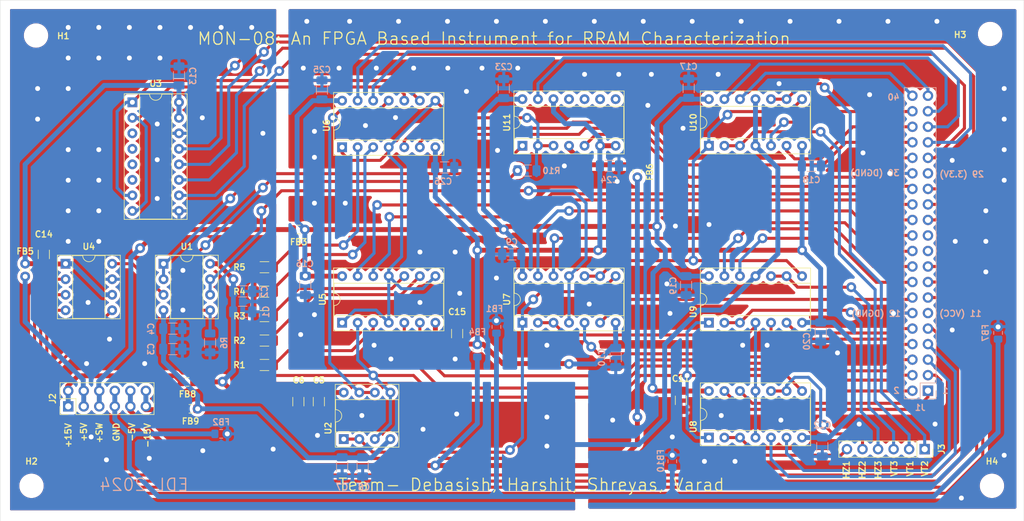
<source format=kicad_pcb>
(kicad_pcb (version 20240108) (generator "pcbnew") (generator_version "8.0")
  (layers (0 "F.Cu" signal) (31 "B.Cu" signal) (34 "B.Paste" user) (35 "F.Paste" user) (36 "B.SilkS" user "B.Silkscreen") (37 "F.SilkS" user "F.Silkscreen") (38 "B.Mask" user) (39 "F.Mask" user) (44 "Edge.Cuts" user))
  (net 0 "")
  (net 1 "GNDA")
  (net 2 "/+15V")
  (net 3 "/-15V")
  (net 4 "GNDD")
  (net 5 "/PowerGND")
  (net 6 "/Driver_FB")
  (net 7 "/S8out")
  (net 8 "/Control7")
  (net 9 "/S7out")
  (net 10 "/Control1")
  (net 11 "/Driver_op")
  (net 12 "/Control8")
  (net 13 "/+5V")
  (net 14 "/-5VD")
  (net 15 "/S8in")
  (net 16 "/-5VA")
  (net 17 "/Control10A")
  (net 18 "/S9out")
  (net 19 "/Control9B")
  (net 20 "/S10out")
  (net 21 "/Control9A")
  (net 22 "/Control10B")
  (net 23 "/S10inB")
  (net 24 "/Hz1")
  (net 25 "/Hz2")
  (net 26 "/Vt1")
  (net 27 "/Vt2")
  (net 28 "/CLK")
  (net 29 "/Din")
  (net 30 "/SCK")
  (net 31 "/SDI")
  (net 32 "/Dout")
  (net 33 "/DAC_CSbar")
  (net 34 "/ControlMain_ReadWrite")
  (net 35 "/Control6")
  (net 36 "/ControlMain_Reset")
  (net 37 "/Control3")
  (net 38 "/LDACbar")
  (net 39 "/ADC_CSbar")
  (net 40 "/S2out")
  (net 41 "/S3out")
  (net 42 "/S4out")
  (net 43 "/S5out")
  (net 44 "/S6out")
  (net 46 "/Control2")
  (net 47 "/Control5")
  (net 49 "/DAC_output")
  (net 54 "/-5V")
  (net 55 "/+5VA")
  (net 56 "/Control4")
  (net 57 "/Vt3")
  (net 58 "/Hz3")
  (net 59 "/Main")
  (net 64 "/Control_Hz1B")
  (net 65 "/Control_Vt2A")
  (net 66 "/Control_Hz3B")
  (net 67 "/Control_Hz3A")
  (net 68 "/Control_Vt3B")
  (net 69 "/Control_Vt2B")
  (net 70 "/Control_Vt1B")
  (net 71 "/Control_Hz2B")
  (net 72 "/Control_Vt1A")
  (net 73 "/Control_Hz2A")
  (net 74 "/Control_Hz1A")
  (net 75 "/Control_Vt3A")
  (net 78 "/+15VA")
  (net 79 "/-15VA")
  (net 80 "/+SwitchD")
  (net 81 "/+Switch")
  (net 82 "Net-(U1B-+)")
  (net 83 "/Read_FB")
  (footprint "Package_DIP:DIP-14_W7.62mm_Socket" (layer "F.Cu") (at 204.724 54.356 90)
    (property "Reference" "U10")
    (property "Value" "CD4066BE")
  )
  (footprint "Connector_PinHeader_2.54mm:PinHeader_2x06_P2.54mm_Vertical" (layer "F.Cu") (at 100 97 90)
    (property "Reference" "J2")
    (property "Value" "Conn_02x06_Odd_Even")
  )
  (footprint "MountingHole:MountingHole_3mm" (layer "F.Cu") (at 94 110)
    (property "Reference" "H2")
    (property "Value" "MountingHole")
  )
  (footprint "Inductor_SMD:L_0805_2012Metric_Pad1.15x1.40mm_HandSolder" (layer "F.Cu") (at 193.04 58.5 -90)
    (property "Reference" "FB6")
    (property "Value" "FerriteBead")
  )
  (footprint "MountingHole:MountingHole_3mm" (layer "F.Cu") (at 94.742 36.322)
    (property "Reference" "H1")
    (property "Value" "MountingHole")
  )
  (footprint "Package_DIP:DIP-14_W7.62mm_Socket" (layer "F.Cu") (at 144.775 54.6 90)
    (property "Reference" "U6")
    (property "Value" "CD4066BE")
  )
  (footprint "Package_DIP:DIP-14_W7.62mm_Socket" (layer "F.Cu") (at 174.244 54.356 90)
    (property "Reference" "U11")
    (property "Value" "CD4066BE")
  )
  (footprint "Capacitor_SMD:C_1206_3216Metric_Pad1.33x1.80mm_HandSolder" (layer "F.Cu") (at 140.97 96.2275 -90)
    (property "Reference" "C5")
    (property "Value" "1uF")
  )
  (footprint "Package_DIP:DIP-16_W7.62mm_Socket" (layer "F.Cu") (at 110.49 47.244)
    (property "Reference" "U3")
    (property "Value" "MCP3008")
  )
  (footprint "Package_DIP:DIP-8_W7.62mm_Socket" (layer "F.Cu") (at 99.568 73.66)
    (property "Reference" "U4")
    (property "Value" "MCP4921")
  )
  (footprint "Capacitor_SMD:C_1206_3216Metric_Pad1.33x1.80mm_HandSolder" (layer "F.Cu") (at 96.012 72.136 90)
    (property "Reference" "C14")
    (property "Value" "0.1uF")
  )
  (footprint "Capacitor_SMD:C_1206_3216Metric_Pad1.33x1.80mm_HandSolder" (layer "F.Cu") (at 200.152 96.012 -90)
    (property "Reference" "C11")
    (property "Value" "0.1uF")
  )
  (footprint "Resistor_SMD:R_1206_3216Metric_Pad1.30x1.75mm_HandSolder" (layer "F.Cu") (at 132.08 86.232 180)
    (property "Reference" "R2")
    (property "Value" "300k")
  )
  (footprint "Package_DIP:DIP-8_W7.62mm_Socket" (layer "F.Cu") (at 115.58 73.66)
    (property "Reference" "U1")
    (property "Value" "LM6172")
  )
  (footprint "Resistor_SMD:R_1206_3216Metric_Pad1.30x1.75mm_HandSolder" (layer "F.Cu") (at 132.08 74.232 180)
    (property "Reference" "R5")
    (property "Value" "10k")
  )
  (footprint "Resistor_SMD:R_1206_3216Metric_Pad1.30x1.75mm_HandSolder" (layer "F.Cu") (at 132.08 90.232 180)
    (property "Reference" "R1")
    (property "Value" "1M")
  )
  (footprint "Package_DIP:DIP-14_W7.62mm_Socket" (layer "F.Cu") (at 204.724 83.312 90)
    (property "Reference" "U9")
    (property "Value" "CD4066BE")
  )
  (footprint "Capacitor_SMD:C_1206_3216Metric_Pad1.33x1.80mm_HandSolder" (layer "F.Cu") (at 137.62 96.2275 -90)
    (property "Reference" "C6")
    (property "Value" "0.1uF")
  )
  (footprint "Inductor_SMD:L_0805_2012Metric_Pad1.15x1.40mm_HandSolder" (layer "F.Cu") (at 119.5 93 180)
    (property "Reference" "FB8")
    (property "Value" "FerriteBead")
  )
  (footprint "Inductor_SMD:L_0805_2012Metric_Pad1.15x1.40mm_HandSolder" (layer "F.Cu") (at 92.964 74.676 -90)
    (property "Reference" "FB5")
    (property "Value" "FerriteBead")
  )
  (footprint "Package_DIP:DIP-14_W7.62mm_Socket" (layer "F.Cu") (at 174.244 83.312 90)
    (property "Reference" "U7")
    (property "Value" "CD4066BE")
  )
  (footprint "Inductor_SMD:L_0805_2012Metric_Pad1.15x1.40mm_HandSolder" (layer "F.Cu") (at 120 97.4 180)
    (property "Reference" "FB9")
    (property "Value" "FerriteBead")
  )
  (footprint "Connector_PinSocket_2.54mm:PinSocket_1x06_P2.54mm_Vertical" (layer "F.Cu") (at 240 104 -90)
    (property "Reference" "J3")
    (property "Value" "Conn_01x06")
  )
  (footprint "Capacitor_SMD:C_1206_3216Metric_Pad1.33x1.80mm_HandSolder" (layer "F.Cu") (at 163.576 85.09 90)
    (property "Reference" "C15")
    (property "Value" "0.1uF")
  )
  (footprint "MountingHole:MountingHole_3mm" (layer "F.Cu") (at 251 110)
    (property "Reference" "H4")
    (property "Value" "MountingHole")
  )
  (footprint "Package_DIP:DIP-14_W7.62mm_Socket" (layer "F.Cu") (at 204.724 102.108 90)
    (property "Reference" "U8")
    (property "Value" "CD4066BE")
  )
  (footprint "Package_DIP:DIP-14_W7.62mm_Socket" (layer "F.Cu") (at 144.78 83.312 90)
    (property "Reference" "U5")
    (property "Value" "CD4066BE")
  )
  (footprint "MountingHole:MountingHole_3mm" (layer "F.Cu") (at 250.698 36.068)
    (property "Reference" "H3")
    (property "Value" "MountingHole")
  )
  (footprint "Resistor_SMD:R_1206_3216Metric_Pad1.30x1.75mm_HandSolder" (layer "F.Cu") (at 132.08 78.232 180)
    (property "Reference" "R4")
    (property "Value" "30k")
  )
  (footprint "Inductor_SMD:L_0805_2012Metric_Pad1.15x1.40mm_HandSolder" (layer "F.Cu") (at 137.668 68.072 180)
    (property "Reference" "FB3")
    (property "Value" "FerriteBead")
  )
  (footprint "Package_DIP:DIP-8_W7.62mm_Socket" (layer "F.Cu") (at 145.044 102.352 90)
    (property "Reference" "U2")
    (property "Value" "OPA2277")
  )
  (footprint "Resistor_SMD:R_1206_3216Metric_Pad1.30x1.75mm_HandSolder" (layer "F.Cu") (at 132.08 82.232 180)
    (property "Reference" "R3")
    (property "Value" "100k")
  )
  (footprint "Capacitor_SMD:C_1206_3216Metric_Pad1.33x1.80mm_HandSolder" (layer "B.Cu") (at 117.094 87.63)
    (property "Reference" "C3")
    (property "Value" "1uF")
  )
  (footprint "Capacitor_SMD:C_1206_3216Metric_Pad1.33x1.80mm_HandSolder" (layer "B.Cu") (at 201 77.25 -90)
    (property "Reference" "C19")
    (property "Value" "0.1uF")
  )
  (footprint "Resistor_SMD:R_1206_3216Metric_Pad1.30x1.75mm_HandSolder" (layer "B.Cu") (at 175 58.42 180)
    (property "Reference" "R10")
    (property "Value" "10k")
  )
  (footprint "Inductor_SMD:L_0805_2012Metric_Pad1.15x1.40mm_HandSolder" (layer "B.Cu") (at 125 101.5 180)
    (property "Reference" "FB2")
    (property "Value" "FerriteBead")
  )
  (footprint "Capacitor_SMD:C_1206_3216Metric_Pad1.33x1.80mm_HandSolder" (layer "B.Cu") (at 223.266 103.632 -90)
    (property "Reference" "C12")
    (property "Value" "0.1uF")
  )
  (footprint "Capacitor_SMD:C_1206_3216Metric_Pad1.33x1.80mm_HandSolder" (layer "B.Cu") (at 141.478 45.212 90)
    (property "Reference" "C25")
    (property "Value" "0.1uF")
  )
  (footprint "Resistor_SMD:R_1206_3216Metric_Pad1.30x1.75mm_HandSolder" (layer "B.Cu") (at 123.19 86.614 90)
    (property "Reference" "R6")
    (property "Value" "10k")
  )
  (footprint "Capacitor_SMD:C_1206_3216Metric_Pad1.33x1.80mm_HandSolder" (layer "B.Cu") (at 223.012 84.836 -90)
    (property "Reference" "C20")
    (property "Value" "0.1uF")
  )
  (footprint "Capacitor_SMD:C_1206_3216Metric_Pad1.33x1.80mm_HandSolder" (layer "B.Cu") (at 189.5 89 -90)
    (property "Reference" "C10")
    (property "Value" "0.1uF")
  )
  (footprint "Inductor_SMD:L_0805_2012Metric_Pad1.15x1.40mm_HandSolder" (layer "B.Cu") (at 170 84 -90)
    (property "Reference" "FB1")
    (property "Value" "FerriteBead")
  )
  (footprint "Capacitor_SMD:C_1206_3216Metric_Pad1.33x1.80mm_HandSolder" (layer "B.Cu") (at 128.524 81.534)
    (property "Reference" "C1")
    (property "Value" "1uF")
  )
  (footprint "Capacitor_SMD:C_1206_3216Metric_Pad1.33x1.80mm_HandSolder" (layer "B.Cu") (at 188.468 57.658)
    (property "Reference" "C24")
    (property "Value" "0.1uF")
  )
  (footprint "Capacitor_SMD:C_1206_3216Metric_Pad1.33x1.80mm_HandSolder" (layer "B.Cu") (at 138.75 77.216 -90)
    (property "Reference" "C16")
    (property "Value" "0.1uF")
  )
  (footprint "Capacitor_SMD:C_1206_3216Metric_Pad1.33x1.80mm_HandSolder" (layer "B.Cu") (at 117.094 84.28)
    (property "Reference" "C4")
    (property "Value" "0.1uF")
  )
  (footprint "Capacitor_SMD:C_1206_3216Metric_Pad1.33x1.80mm_HandSolder" (layer "B.Cu") (at 201.422 44.958 90)
    (property "Reference" "C17")
    (property "Value" "0.1uF")
  )
  (footprint "Capacitor_SMD:C_1206_3216Metric_Pad1.33x1.80mm_HandSolder" (layer "B.Cu") (at 144.78 106.8955 -90)
    (property "Reference" "C7")
    (property "Value" "1uF")
  )
  (footprint "Capacitor_SMD:C_1206_3216Metric_Pad1.33x1.80mm_HandSolder" (layer "B.Cu") (at 128.524 78.184)
    (property "Reference" "C2")
    (property "Value" "0.1uF")
  )
  (footprint "Connector_PinSocket_2.54mm:PinSocket_2x20_P2.54mm_Vertical" (layer "B.Cu") (at 240.538 94.4372)
    (property "Reference" "J1")
    (property "Value" "Conn_02x20_Odd_Even")
  )
  (footprint "Inductor_SMD:L_0805_2012Metric_Pad1.15x1.40mm_HandSolder" (layer "B.Cu") (at 198.75 105.975 -90)
    (property "Reference" "FB10")
    (property "Value" "FerriteBead")
  )
  (footprint "Inductor_SMD:L_0805_2012Metric_Pad1.15x1.40mm_HandSolder" (layer "B.Cu") (at 252 84.975 -90)
    (property "Reference" "FB7")
    (property "Value" "FerriteBead")
  )
  (footprint "Capacitor_SMD:C_1206_3216Metric_Pad1.33x1.80mm_HandSolder" (layer "B.Cu") (at 161.544 57.912)
    (property "Reference" "C26")
    (property "Value" "0.1uF")
  )
  (footprint "Capacitor_SMD:C_1206_3216Metric_Pad1.33x1.80mm_HandSolder" (layer "B.Cu") (at 171.196 45 90)
    (property "Reference" "C23")
    (property "Value" "0.1uF")
  )
  (footprint "Capacitor_SMD:C_1206_3216Metric_Pad1.33x1.80mm_HandSolder" (layer "B.Cu") (at 118.11 42.926 90)
    (property "Reference" "C13")
    (property "Value" "1uF")
  )
  (footprint "Inductor_SMD:L_0805_2012Metric_Pad1.15x1.40mm_HandSolder" (layer "B.Cu") (at 166.878 87.884 -90)
    (property "Reference" "FB4")
    (property "Value" "FerriteBead")
  )
  (footprint "Capacitor_SMD:C_1206_3216Metric_Pad1.33x1.80mm_HandSolder" (layer "B.Cu") (at 148.13 106.8955 -90)
    (property "Reference" "C8")
    (property "Value" "0.1uF")
  )
  (footprint "Capacitor_SMD:C_1206_3216Metric_Pad1.33x1.80mm_HandSolder" (layer "B.Cu") (at 221.488 57.658)
    (property "Reference" "C18")
    (property "Value" "0.1uF")
  )
  (footprint "Capacitor_SMD:C_1206_3216Metric_Pad1.33x1.80mm_HandSolder" (layer "B.Cu") (at 172.5 72.136 180)
    (property "Reference" "C9")
    (property "Value" "0.1uF")
  )
  (gr_rect (start 88.9 30.536) (end 256.222 115.776) (stroke (width 0.05)) (fill none) (layer "Edge.Cuts"))
  (gr_text "11 (VCC)" (at 249.4 82.4 0) (layer "B.SilkS") (effects (font (size 1 1) (thickness 0.2) (bold yes)) (justify left bottom mirror)))
  (gr_text "12 (DGND)" (at 236.2 82.4 0) (layer "B.SilkS") (effects (font (size 1 1) (thickness 0.2) (bold yes)) (justify left bottom mirror)))
  (gr_text "EDL 2024" (at 119.8 111 0) (layer "B.SilkS") (effects (font (size 2 2) (thickness 0.2)) (justify left bottom mirror)))
  (gr_text "2" (at 236 95 0) (layer "B.SilkS") (effects (font (size 1 1) (thickness 0.2) (bold yes)) (justify left bottom mirror)))
  (gr_text "29 (3.3V)" (at 249.8 59.6 0) (layer "B.SilkS") (effects (font (size 1 1) (thickness 0.2) (bold yes)) (justify left bottom mirror)))
  (gr_text "1" (at 244 95 0) (layer "B.SilkS") (effects (font (size 1 1) (thickness 0.2) (bold yes)) (justify left bottom mirror)))
  (gr_text "30 (DGND)" (at 236 59.4 0) (layer "B.SilkS") (effects (font (size 1 1) (thickness 0.2) (bold yes)) (justify left bottom mirror)))
  (gr_text "40" (at 236 47 0) (layer "B.SilkS") (effects (font (size 1 1) (thickness 0.2) (bold yes)) (justify left bottom mirror)))
  (gr_text "HZ3" (at 233 109 90) (layer "F.SilkS") (effects (font (size 1 1) (thickness 0.2) (bold yes)) (justify left bottom)))
  (gr_text "VT1" (at 238.2 108.6 90) (layer "F.SilkS") (effects (font (size 1 1) (thickness 0.2) (bold yes)) (justify left bottom)))
  (gr_text "+SW" (at 105.664 103.124 90) (layer "F.SilkS") (effects (font (size 1 1) (thickness 0.2) (bold yes)) (justify left bottom)))
  (gr_text "GND" (at 108.458 102.87 90) (layer "F.SilkS") (effects (font (size 1 1) (thickness 0.2) (bold yes)) (justify left bottom)))
  (gr_text "Team- Debasish, Harshit, Shreyas, Varad" (at 144 111 0) (layer "F.SilkS") (effects (font (size 2 2) (thickness 0.2)) (justify left bottom)))
  (gr_text "VT3" (at 235.6 108.6 90) (layer "F.SilkS") (effects (font (size 1 1) (thickness 0.2) (bold yes)) (justify left bottom)))
  (gr_text "HZ1" (at 227.8 109 90) (layer "F.SilkS") (effects (font (size 1 1) (thickness 0.2) (bold yes)) (justify left bottom)))
  (gr_text "-15V" (at 113.538 103.891 90) (layer "F.SilkS") (effects (font (size 1 1) (thickness 0.2) (bold yes)) (justify left bottom)))
  (gr_text "+15V" (at 100.589 103.891 90) (layer "F.SilkS") (effects (font (size 1 1) (thickness 0.2) (bold yes)) (justify left bottom)))
  (gr_text "-5V" (at 110.998 102.87 90) (layer "F.SilkS") (effects (font (size 1 1) (thickness 0.2) (bold yes)) (justify left bottom)))
  (gr_text "HZ2" (at 230.4 109 90) (layer "F.SilkS") (effects (font (size 1 1) (thickness 0.2) (bold yes)) (justify left bottom)))
  (gr_text "VT2" (at 240.6 108.6 90) (layer "F.SilkS") (effects (font (size 1 1) (thickness 0.2) (bold yes)) (justify left bottom)))
  (gr_text "MON-08: An FPGA Based Instrument for RRAM Characterization" (at 121 38 0) (layer "F.SilkS") (effects (font (size 2 2) (thickness 0.2) (bold yes)) (justify left bottom)))
  (gr_text "+5V" (at 103.129 102.875 90) (layer "F.SilkS") (effects (font (size 1 1) (thickness 0.2) (bold yes)) (justify left bottom)))
  (via (at 103 90) (size 1.6) (drill 0.8) (layers "F.Cu" "B.Cu") (net 1))
  (via (at 114.554 56.642) (size 1.6) (drill 0.8) (layers "F.Cu" "B.Cu") (net 1))
  (via (at 125 35) (size 1.6) (drill 0.8) (layers "F.Cu" "B.Cu") (net 1))
  (via (at 100 45) (size 1.6) (drill 0.8) (layers "F.Cu" "B.Cu") (net 1))
  (via (at 95 45) (size 1.6) (drill 0.8) (layers "F.Cu" "B.Cu") (net 1))
  (via (at 112.5 90) (size 1.6) (drill 0.8) (layers "F.Cu" "B.Cu") (net 1))
  (via (at 178.25 103.5) (size 1.6) (drill 0.8) (layers "F.Cu" "B.Cu") (net 1))
  (via (at 126 101.5) (size 1.6) (drill 0.8) (layers "F.Cu" "B.Cu") (net 1))
  (via (at 113.25 105.5) (size 1.6) (drill 0.8) (layers "F.Cu" "B.Cu") (net 1))
  (via (at 110 40) (size 1.6) (drill 0.8) (layers "F.Cu" "B.Cu") (net 1))
  (via (at 158 100.75) (size 1.6) (drill 0.8) (layers "F.Cu" "B.Cu") (net 1))
  (via (at 121.92 49.784) (size 1.6) (drill 0.8) (layers "F.Cu" "B.Cu") (net 1))
  (via (at 110 35) (size 1.6) (drill 0.8) (layers "F.Cu" "B.Cu") (net 1))
  (via (at 100 60) (size 1.6) (drill 0.8) (layers "F.Cu" "B.Cu") (net 1))
  (via (at 105 70) (size 1.6) (drill 0.8) (layers "F.Cu" "B.Cu") (net 1))
  (via (at 105 55) (size 1.6) (drill 0.8) (layers "F.Cu" "B.Cu") (net 1))
  (via (at 120 35) (size 1.6) (drill 0.8) (layers "F.Cu" "B.Cu") (net 1))
  (via (at 131.826 52.324) (size 1.6) (drill 0.8) (layers "F.Cu" "B.Cu") (net 1))
  (via (at 100 65) (size 1.6) (drill 0.8) (layers "F.Cu" "B.Cu") (net 1))
  (via (at 130 35) (size 1.6) (drill 0.8) (layers "F.Cu" "B.Cu") (net 1))
  (via (at 105 65) (size 1.6) (drill 0.8) (layers "F.Cu" "B.Cu") (net 1))
  (via (at 100 40) (size 1.6) (drill 0.8) (layers "F.Cu" "B.Cu") (net 1))
  (via (at 114.554 62.992) (size 1.6) (drill 0.8) (layers "F.Cu" "B.Cu") (net 1))
  (via (at 100 55) (size 1.6) (drill 0.8) (layers "F.Cu" "B.Cu") (net 1))
  (via (at 133.5 104) (size 1.6) (drill 0.8) (layers "F.Cu" "B.Cu") (net 1))
  (via (at 103.75 102) (size 1.6) (drill 0.8) (layers "F.Cu" "B.Cu") (net 1))
  (via (at 118.75 74.75) (size 1.6) (drill 0.8) (layers "F.Cu" "B.Cu") (net 1))
  (via (at 163.5 98.25) (size 1.6) (drill 0.8) (layers "F.Cu" "B.Cu") (net 1))
  (via (at 115 35) (size 1.6) (drill 0.8) (layers "F.Cu" "B.Cu") (net 1))
  (via (at 100 35) (size 1.6) (drill 0.8) (layers "F.Cu" "B.Cu") (net 1))
  (via (at 105 40) (size 1.6) (drill 0.8) (layers "F.Cu" "B.Cu") (net 1))
  (via (at 115 40) (size 1.6) (drill 0.8) (layers "F.Cu" "B.Cu") (net 1))
  (via (at 114.554 50.8) (size 1.6) (drill 0.8) (layers "F.Cu" "B.Cu") (net 1))
  (via (at 105 35) (size 1.6) (drill 0.8) (layers "F.Cu" "B.Cu") (net 1))
  (via (at 118.75 81.25) (size 1.6) (drill 0.8) (layers "F.Cu" "B.Cu") (net 1))
  (via (at 106.25 105.75) (size 1.6) (drill 0.8) (layers "F.Cu" "B.Cu") (net 1))
  (via (at 140.75 101.75) (size 1.6) (drill 0.8) (layers "F.Cu" "B.Cu") (net 1))
  (via (at 103.25 80) (size 1.6) (drill 0.8) (layers "F.Cu" "B.Cu") (net 1))
  (via (at 105 60) (size 1.6) (drill 0.8) (layers "F.Cu" "B.Cu") (net 1))
  (via (at 100 70) (size 1.6) (drill 0.8) (layers "F.Cu" "B.Cu") (net 1))
  (via (at 178.25 98.75) (size 1.6) (drill 0.8) (layers "F.Cu" "B.Cu") (net 1))
  (via (at 148 98.5) (size 1.6) (drill 0.8) (layers "F.Cu" "B.Cu") (net 1))
  (via (at 122 104.25) (size 1.6) (drill 0.8) (layers "F.Cu" "B.Cu") (net 1))
  (via (at 95 50) (size 1.6) (drill 0.8) (layers "F.Cu" "B.Cu") (net 1))
  (via (at 106.75 86) (size 1.6) (drill 0.8) (layers "F.Cu" "B.Cu") (net 1))
  (segment (start 203.127654 81.25) (end 206.786 81.25) (width 0.8) (layer "B.Cu") (net 1))
  (segment (start 178.5 103.25) (end 193.25 103.25) (width 0.8) (layer "B.Cu") (net 1))
  (segment (start 212.344 54.356) (end 216 58.012) (width 0.8) (layer "B.Cu") (net 1))
  (segment (start 216 72.036) (end 212.344 75.692) (width 0.8) (layer "B.Cu") (net 1))
  (segment (start 212.344 46.736) (end 212.344 54.356) (width 0.8) (layer "B.Cu") (net 1))
  (segment (start 206.786 81.25) (end 212.344 75.692) (width 0.8) (layer "B.Cu") (net 1))
  (segment (start 216 58.012) (end 216 72.036) (width 0.8) (layer "B.Cu") (net 1))
  (segment (start 197.5 86.877654) (end 203.127654 81.25) (width 0.8) (layer "B.Cu") (net 1))
  (segment (start 197.5 99) (end 197.5 86.877654) (width 0.8) (layer "B.Cu") (net 1))
  (segment (start 178.25 103.5) (end 178.5 103.25) (width 0.8) (layer "B.Cu") (net 1))
  (segment (start 193.25 103.25) (end 197.5 99) (width 0.8) (layer "B.Cu") (net 1))
  (segment (start 99.92 93.68) (end 101.6 92) (width 0.8) (layer "F.Cu") (net 2))
  (segment (start 99.92 94.48) (end 99.92 93.68) (width 0.8) (layer "F.Cu") (net 2))
  (segment (start 101.6 92) (end 117.475 92) (width 0.8) (layer "F.Cu") (net 2))
  (segment (start 117.475 92) (end 118.475 93) (width 0.8) (layer "F.Cu") (net 2))
  (segment (start 100 97) (end 100 94.46) (width 0.8) (layer "B.Cu") (net 2))
  (segment (start 112.62 97.54) (end 118.725 97.54) (width 0.8) (layer "F.Cu") (net 3))
  (segment (start 118.97 97.795) (end 118.975 97.79) (width 0.8) (layer "F.Cu") (net 3))
  (segment (start 118.725 97.54) (end 118.975 97.79) (width 0.8) (layer "F.Cu") (net 3))
  (segment (start 112.7 97) (end 112.7 94.46) (width 0.8) (layer "B.Cu") (net 3))
  (segment (start 237.998 81.7372) (end 234.95 81.7372) (width 0.5) (layer "F.Cu") (net 4))
  (segment (start 234.95 81.7372) (end 234.8992 81.788) (width 0.5) (layer "F.Cu") (net 4))
  (segment (start 237.998 58.8772) (end 234.2896 58.8772) (width 0.5) (layer "F.Cu") (net 4))
  (via (at 241.7 99.9) (size 1.6) (drill 0.8) (layers "F.Cu" "B.Cu") (net 4))
  (via (at 200.5 51.5) (size 1.6) (drill 0.8) (layers "F.Cu" "B.Cu") (net 4))
  (via (at 167.64 41.656) (size 1.6) (drill 0.8) (layers "F.Cu" "B.Cu") (net 4))
  (via (at 178.25 87) (size 1.6) (drill 0.8) (layers "F.Cu" "B.Cu") (net 4))
  (via (at 252 84) (size 1.6) (drill 0.8) (layers "F.Cu" "B.Cu") (net 4))
  (via (at 140.25 63.75) (size 1.6) (drill 0.8) (layers "F.Cu" "B.Cu") (net 4))
  (via (at 146 34) (size 1.6) (drill 0.8) (layers "F.Cu" "B.Cu") (net 4))
  (via (at 140.25 56.25) (size 1.6) (drill 0.8) (layers "F.Cu" "B.Cu") (net 4))
  (via (at 250 65) (size 1.6) (drill 0.8) (layers "F.Cu" "B.Cu") (net 4))
  (via (at 163.25 71.75) (size 1.6) (drill 0.8) (layers "F.Cu" "B.Cu") (net 4))
  (via (at 229.3 99.9) (size 1.6) (drill 0.8) (layers "F.Cu" "B.Cu") (net 4))
  (via (at 214.25 87) (size 1.6) (drill 0.8) (layers "F.Cu" "B.Cu") (net 4))
  (via (at 204.75 67.25) (size 1.6) (drill 0.8) (layers "F.Cu" "B.Cu") (net 4))
  (via (at 210.25 87) (size 1.6) (drill 0.8) (layers "F.Cu" "B.Cu") (net 4))
  (via (at 253 50) (size 1.6) (drill 0.8) (layers "F.Cu" "B.Cu") (net 4))
  (via (at 202 34) (size 1.6) (drill 0.8) (layers "F.Cu" "B.Cu") (net 4))
  (via (at 206.75 98.5) (size 1.6) (drill 0.8) (layers "F.Cu" "B.Cu") (net 4))
  (via (at 234.2896 58.8772) (size 1.6) (drill 0.8) (layers "F.Cu" "B.Cu") (net 4))
  (via (at 253 55) (size 1.6) (drill 0.8) (layers "F.Cu" "B.Cu") (net 4))
  (via (at 253 60) (size 1.6) (drill 0.8) (layers "F.Cu" "B.Cu") (net 4))
  (via (at 157.5 80) (size 1.6) (drill 0.8) (layers "F.Cu" "B.Cu") (net 4))
  (via (at 216.2 44.2) (size 1.6) (drill 0.8) (layers "F.Cu" "B.Cu") (net 4))
  (via (at 244.5 84.5) (size 1.6) (drill 0.8) (layers "F.Cu" "B.Cu") (net 4))
  (via (at 148.59 51.054) (size 1.6) (drill 0.8) (layers "F.Cu" "B.Cu") (net 4))
  (via (at 225.75 88.25) (size 1.6) (drill 0.8) (layers "F.Cu" "B.Cu") (net 4))
  (via (at 231 46) (size 1.6) (drill 0.8) (layers "F.Cu" "B.Cu") (net 4))
  (via (at 150.368 41.656) (size 1.6) (drill 0.8) (layers "F.Cu" "B.Cu") (net 4))
  (via (at 156.464 41.656) (size 1.6) (drill 0.8) (layers "F.Cu" "B.Cu") (net 4))
  (via (at 165.1 45.466) (size 1.6) (drill 0.8) (layers "F.Cu" "B.Cu") (net 4))
  (via (at 234 34) (size 1.6) (drill 0.8) (layers "F.Cu" "B.Cu") (net 4))
  (via (at 153.5 49.75) (size 1.6) (drill 0.8) (layers "F.Cu" "B.Cu") (net 4))
  (via (at 150 87) (size 1.6) (drill 0.8) (layers "F.Cu" "B.Cu") (net 4))
  (via (at 229.9208 55.5244) (size 1.6) (drill 0.8) (layers "F.Cu" "B.Cu") (net 4))
  (via (at 145.288 63.754) (size 1.6) (drill 0.8) (layers "F.Cu" "B.Cu") (net 4))
  (via (at 242 34) (size 1.6) (drill 0.8) (layers "F.Cu" "B.Cu") (net 4))
  (via (at 189.992 42.672) (size 1.6) (drill 0.8) (layers "F.Cu" "B.Cu") (net 4))
  (via (at 250 75) (size 1.6) (drill 0.8) (layers "F.Cu" "B.Cu") (net 4))
  (via (at 154 34) (size 1.6) (drill 0.8) (layers "F.Cu" "B.Cu") (net 4))
  (via (at 170 34) (size 1.6) (drill 0.8) (layers "F.Cu" "B.Cu") (net 4))
  (via (at 138.43 41.656) (size 1.6) (drill 0.8) (layers "F.Cu" "B.Cu") (net 4))
  (via (at 185.166 80.264) (size 1.6) (drill 0.8) (layers "F.Cu" "B.Cu") (net 4))
  (via (at 162.052 41.656) (size 1.6) (drill 0.8) (layers "F.Cu" "B.Cu") (net 4))
  (via (at 216.5 99.25) (size 1.6) (drill 0.8) (layers "F.Cu" "B.Cu") (net 4))
  (via (at 139 34) (size 1.6) (drill 0.8) (layers "F.Cu" "B.Cu") (net 4))
  (via (at 234.8992 81.788) (size 1.6) (drill 0.8) (layers "F.Cu" "B.Cu") (net 4))
  (via (at 218 34) (size 1.6) (drill 0.8) (layers "F.Cu" "B.Cu") (net 4))
  (via (at 246 112) (size 1.6) (drill 0.8) (layers "F.Cu" "B.Cu") (net 4))
  (via (at 253 45) (size 1.6) (drill 0.8) (layers "F.Cu" "B.Cu") (net 4))
  (via (at 210 34) (size 1.6) (drill 0.8) (layers "F.Cu" "B.Cu") (net 4))
  (via (at 152.75 89.25) (size 1.6) (drill 0.8) (layers "F.Cu" "B.Cu") (net 4))
  (via (at 164 78.5) (size 1.6) (drill 0.8) (layers "F.Cu" "B.Cu") (net 4))
  (via (at 140.25 52) (size 1.6) (drill 0.8) (layers "F.Cu" "B.Cu") (net 4))
  (via (at 245 70) (size 1.6) (drill 0.8) (layers "F.Cu" "B.Cu") (net 4))
  (via (at 204 106) (size 1.6) (drill 0.8) (layers "F.Cu" "B.Cu") (net 4))
  (via (at 253 105) (size 1.6) (drill 0.8) (layers "F.Cu" "B.Cu") (net 4))
  (via (at 189 99.25) (size 1.6) (drill 0.8) (layers "F.Cu" "B.Cu") (net 4))
  (via (at 140.25 82) (size 1.6) (drill 0.8) (layers "F.Cu" "B.Cu") (net 4))
  (via (at 197.866 76.962) (size 1.6) (drill 0.8) (layers "F.Cu" "B.Cu") (net 4))
  (via (at 178 34) (size 1.6) (drill 0.8) (layers "F.Cu" "B.Cu") (net 4))
  (via (at 170.18 55.118) (size 1.6) (drill 0.8) (layers "F.Cu" "B.Cu") (net 4))
  (via (at 206.248 42.672) (size 1.6) (drill 0.8) (layers "F.Cu" "B.Cu") (net 4))
  (via (at 194 34) (size 1.6) (drill 0.8) (layers "F.Cu" "B.Cu") (net 4))
  (via (at 199.25 67.5) (size 1.6) (drill 0.8) (layers "F.Cu" "B.Cu") (net 4))
  (via (at 181.102 57.658) (size 1.6) (drill 0.8) (layers "F.Cu" "B.Cu") (net 4))
  (via (at 184.404 42.672) (size 1.6) (drill 0.8) (layers "F.Cu" "B.Cu") (net 4))
  (via (at 186 34) (size 1.6) (drill 0.8) (layers "F.Cu" "B.Cu") (net 4))
  (via (at 170 82.975) (size 1.6) (drill 0.8) (layers "F.Cu" "B.Cu") (net 4))
  (via (at 250 70) (size 1.6) (drill 0.8) (layers "F.Cu" "B.Cu") (net 4))
  (via (at 198.374 81.788) (size 1.6) (drill 0.8) (layers "F.Cu" "B.Cu") (net 4))
  (via (at 195.326 42.672) (size 1.6) (drill 0.8) (layers "F.Cu" "B.Cu") (net 4))
  (via (at 244.5 56.75) (size 1.6) (drill 0.8) (layers "F.Cu" "B.Cu") (net 4))
  (via (at 162 34) (size 1.6) (drill 0.8) (layers "F.Cu" "B.Cu") (net 4))
  (via (at 226 34) (size 1.6) (drill 0.8) (layers "F.Cu" "B.Cu") (net 4))
  (via (at 170 76) (size 1.6) (drill 0.8) (layers "F.Cu" "B.Cu") (net 4))
  (via (at 194.75 47.75) (size 1.6) (drill 0.8) (layers "F.Cu" "B.Cu") (net 4))
  (via (at 198.75 102) (size 1.6) (drill 0.8) (layers "F.Cu" "B.Cu") (net 4))
  (via (at 163.25 89.25) (size 1.6) (drill 0.8) (layers "F.Cu" "B.Cu") (net 4))
  (via (at 157.5 71.75) (size 1.6) (drill 0.8) (layers "F.Cu" "B.Cu") (net 4))
  (via (at 198.75 105) (size 1.6) (drill 0.8) (layers "F.Cu" "B.Cu") (net 4))
  (via (at 189.738 60.198) (size 1.6) (drill 0.8) (layers "F.Cu" "B.Cu") (net 4))
  (via (at 144.272 41.656) (size 1.6) (drill 0.8) (layers "F.Cu" "B.Cu") (net 4))
  (via (at 209 106) (size 1.6) (drill 0.8) (layers "F.Cu" "B.Cu") (net 4))
  (via (at 138 85.25) (size 1.6) (drill 0.8) (layers "F.Cu" "B.Cu") (net 4))
  (via (at 173.482 41.656) (size 1.6) (drill 0.8) (layers "F.Cu" "B.Cu") (net 4))
  (segment (start 252 101.25) (end 252 86) (width 0.8) (layer "B.Cu") (net 5))
  (segment (start 198.75 111.75) (end 199.75 111.75) (width 0.8) (layer "B.Cu") (net 5))
  (segment (start 197.75 111.75) (end 198.75 110.75) (width 0.8) (layer "B.Cu") (net 5))
  (segment (start 198.75 110.75) (end 198.75 107) (width 0.8) (layer "B.Cu") (net 5))
  (segment (start 199.75 111.75) (end 198.75 110.75) (width 0.8) (layer "B.Cu") (net 5))
  (segment (start 110.998 101.5) (end 123.975 101.5) (width 0.8) (layer "B.Cu") (net 5))
  (segment (start 110 102.362) (end 110.136 102.362) (width 0.8) (layer "B.Cu") (net 5))
  (segment (start 110 101.5) (end 110 102.362) (width 0.8) (layer "B.Cu") (net 5))
  (segment (start 171 111.75) (end 197.75 111.75) (width 0.8) (layer "B.Cu") (net 5))
  (segment (start 197.75 111.75) (end 198.75 111.75) (width 0.8) (layer "B.Cu") (net 5))
  (segment (start 107.62 98.96) (end 107.62 97) (width 0.8) (layer "B.Cu") (net 5))
  (segment (start 110 102.362) (end 110 107) (width 0.8) (layer "B.Cu") (net 5))
  (segment (start 171 111.75) (end 170 110.75) (width 0.8) (layer "B.Cu") (net 5))
  (segment (start 110 101.5) (end 110.998 101.5) (width 0.8) (layer "B.Cu") (net 5))
  (segment (start 110 101.5) (end 107.62 99.12) (width 0.8) (layer "B.Cu") (net 5))
  (segment (start 170 85.025) (end 170 110.75) (width 0.8) (layer "B.Cu") (net 5))
  (segment (start 170 110.75) (end 170 111.75) (width 0.8) (layer "B.Cu") (net 5))
  (segment (start 107.62 99.12) (end 107.62 98.96) (width 0.8) (layer "B.Cu") (net 5))
  (segment (start 110.136 102.362) (end 110.998 101.5) (width 0.8) (layer "B.Cu") (net 5))
  (segment (start 241.5 111.75) (end 252 101.25) (width 0.8) (layer "B.Cu") (net 5))
  (segment (start 198.75 111.75) (end 198.75 110.75) (width 0.8) (layer "B.Cu") (net 5))
  (segment (start 114.75 111.75) (end 169 111.75) (width 0.8) (layer "B.Cu") (net 5))
  (segment (start 199.75 111.75) (end 241.5 111.75) (width 0.8) (layer "B.Cu") (net 5))
  (segment (start 169 111.75) (end 171 111.75) (width 0.8) (layer "B.Cu") (net 5))
  (segment (start 169 111.75) (end 170 110.75) (width 0.8) (layer "B.Cu") (net 5))
  (segment (start 110 107) (end 114.75 111.75) (width 0.8) (layer "B.Cu") (net 5))
  (segment (start 107.62 97) (end 107.62 94.46) (width 0.8) (layer "B.Cu") (net 5))
  (segment (start 126.492 62.992) (end 130.556 58.928) (width 0.5) (layer "F.Cu") (net 6))
  (segment (start 169.672 58.928) (end 174.244 54.356) (width 0.5) (layer "F.Cu") (net 6))
  (segment (start 130.556 58.928) (end 169.672 58.928) (width 0.5) (layer "F.Cu") (net 6))
  (via (at 126.492 62.992) (size 1.6) (drill 0.8) (layers "F.Cu" "B.Cu") (net 6))
  (segment (start 126.492 62.992) (end 115.824 73.66) (width 0.5) (layer "B.Cu") (net 6))
  (segment (start 115.824 73.66) (end 115.58 73.66) (width 0.5) (layer "B.Cu") (net 6))
  (segment (start 115.58 76.2) (end 115.58 73.66) (width 0.5) (layer "B.Cu") (net 6))
  (segment (start 153.75 44.75) (end 154.935 45.935) (width 0.5) (layer "F.Cu") (net 7))
  (segment (start 116.65537 44.75) (end 153.75 44.75) (width 0.5) (layer "F.Cu") (net 7))
  (segment (start 110.49 49.784) (end 111.62137 49.784) (width 0.5) (layer "F.Cu") (net 7))
  (segment (start 154.935 45.935) (end 154.935 46.98) (width 0.5) (layer "F.Cu") (net 7))
  (segment (start 111.62137 49.784) (end 116.65537 44.75) (width 0.5) (layer "F.Cu") (net 7))
  (segment (start 112.75 51.25) (end 112.75 63.5) (width 0.5) (layer "B.Cu") (net 7))
  (segment (start 112.75 63.5) (end 111.226 65.024) (width 0.5) (layer "B.Cu") (net 7))
  (segment (start 111.226 65.024) (end 110.49 65.024) (width 0.5) (layer "B.Cu") (net 7))
  (segment (start 110.49 49.784) (end 111.284 49.784) (width 0.5) (layer "B.Cu") (net 7))
  (segment (start 111.284 49.784) (end 112.75 51.25) (width 0.5) (layer "B.Cu") (net 7))
  (segment (start 183.5 52.5) (end 158.7875 52.5) (width 0.5) (layer "F.Cu") (net 8))
  (segment (start 232.6132 56.3372) (end 229.4504 59.5) (width 0.5) (layer "F.Cu") (net 8))
  (segment (start 158.7875 52.5) (end 157.475 53.8125) (width 0.5) (layer "F.Cu") (net 8))
  (segment (start 201.414214 59.5) (end 193.414214 51.5) (width 0.5) (layer "F.Cu") (net 8))
  (segment (start 229.4504 59.5) (end 201.414214 59.5) (width 0.5) (layer "F.Cu") (net 8))
  (segment (start 157.475 53.8125) (end 157.475 54.6) (width 0.5) (layer "F.Cu") (net 8))
  (segment (start 237.998 56.3372) (end 232.6132 56.3372) (width 0.5) (layer "F.Cu") (net 8))
  (segment (start 184.5 51.5) (end 183.5 52.5) (width 0.5) (layer "F.Cu") (net 8))
  (segment (start 193.414214 51.5) (end 184.5 51.5) (width 0.5) (layer "F.Cu") (net 8))
  (segment (start 154.183 43.688) (end 157.475 46.98) (width 0.5) (layer "F.Cu") (net 9))
  (segment (start 114.046 43.688) (end 154.183 43.688) (width 0.5) (layer "F.Cu") (net 9))
  (segment (start 110.49 47.244) (end 114.046 43.688) (width 0.5) (layer "F.Cu") (net 9))
  (segment (start 109.234 62.484) (end 110.49 62.484) (width 0.5) (layer "B.Cu") (net 9))
  (segment (start 108 48.75) (end 108 61.25) (width 0.5) (layer "B.Cu") (net 9))
  (segment (start 110.49 47.244) (end 109.506 47.244) (width 0.5) (layer "B.Cu") (net 9))
  (segment (start 108 61.25) (end 109.234 62.484) (width 0.5) (layer "B.Cu") (net 9))
  (segment (start 109.506 47.244) (end 108 48.75) (width 0.5) (layer "B.Cu") (net 9))
  (segment (start 179.012032 62.23) (end 177.192032 64.05) (width 0.5) (layer "F.Cu") (net 10))
  (segment (start 177.192032 64.05) (end 150.5 64.05) (width 0.5) (layer "F.Cu") (net 10))
  (segment (start 230.73 62.23) (end 179.012032 62.23) (width 0.5) (layer "F.Cu") (net 10))
  (segment (start 232.4572 63.9572) (end 230.73 62.23) (width 0.5) (layer "F.Cu") (net 10))
  (segment (start 237.9552 63.9572) (end 232.4572 63.9572) (width 0.5) (layer "F.Cu") (net 10))
  (segment (start 237.998 64) (end 237.9552 63.9572) (width 0.5) (layer "F.Cu") (net 10))
  (via (at 150.5 64.05) (size 1.6) (drill 0.8) (layers "F.Cu" "B.Cu") (net 10))
  (segment (start 147.32 75.692) (end 147.32 74.609984) (width 0.5) (layer "B.Cu") (net 10))
  (segment (start 150 64.55) (end 150.5 64.05) (width 0.5) (layer "B.Cu") (net 10))
  (segment (start 150 71.929984) (end 150 64.55) (width 0.5) (layer "B.Cu") (net 10))
  (segment (start 147.32 74.609984) (end 150 71.929984) (width 0.5) (layer "B.Cu") (net 10))
  (segment (start 201.168 91.948) (end 217.424 91.948) (width 0.5) (layer "F.Cu") (net 11))
  (segment (start 160 95.5) (end 190 95.5) (width 0.5) (layer "F.Cu") (net 11))
  (segment (start 149.86 91.948) (end 132.246 91.948) (width 0.5) (layer "F.Cu") (net 11))
  (segment (start 190 95.5) (end 193.552 91.948) (width 0.5) (layer "F.Cu") (net 11))
  (segment (start 156.448 91.948) (end 160 95.5) (width 0.5) (layer "F.Cu") (net 11))
  (segment (start 130.53 74.232) (end 130.53 90.232) (width 0.5) (layer "F.Cu") (net 11))
  (segment (start 193.552 91.948) (end 201.168 91.948) (width 0.5) (layer "F.Cu") (net 11))
  (segment (start 149.86 91.948) (end 156.448 91.948) (width 0.5) (layer "F.Cu") (net 11))
  (segment (start 217.424 91.948) (end 219.964 94.488) (width 0.5) (layer "F.Cu") (net 11))
  (segment (start 132.246 91.948) (end 130.53 90.232) (width 0.5) (layer "F.Cu") (net 11))
  (segment (start 204.724 101.6) (end 204.724 102.108) (width 0.5) (layer "F.Cu") (net 11))
  (segment (start 147.32 83.82) (end 147.32 83.312) (width 0.5) (layer "F.Cu") (net 11))
  (via (at 201.168 91.948) (size 1.6) (drill 0.8) (layers "F.Cu" "B.Cu") (net 11))
  (via (at 149.86 91.948) (size 1.6) (drill 0.8) (layers "F.Cu" "B.Cu") (net 11))
  (segment (start 149.86 91.948) (end 152.644 94.732) (width 0.5) (layer "B.Cu") (net 11))
  (segment (start 152.664 99.812) (end 150.124 102.352) (width 0.5) (layer "B.Cu") (net 11))
  (segment (start 201.168 91.948) (end 201.168 84.836) (width 0.5) (layer "B.Cu") (net 11))
  (segment (start 149.86 91.948) (end 147.32 89.408) (width 0.5) (layer "B.Cu") (net 11))
  (segment (start 147.32 89.408) (end 147.32 83.312) (width 0.5) (layer "B.Cu") (net 11))
  (segment (start 201.168 91.948) (end 201.168 100.584) (width 0.5) (layer "B.Cu") (net 11))
  (segment (start 202.692 83.312) (end 204.724 83.312) (width 0.5) (layer "B.Cu") (net 11))
  (segment (start 152.644 94.732) (end 152.664 94.732) (width 0.5) (layer "B.Cu") (net 11))
  (segment (start 152.664 94.732) (end 152.664 99.812) (width 0.5) (layer "B.Cu") (net 11))
  (segment (start 202.692 102.108) (end 204.724 102.108) (width 0.5) (layer "B.Cu") (net 11))
  (segment (start 201.168 84.836) (end 202.692 83.312) (width 0.5) (layer "B.Cu") (net 11))
  (segment (start 201.168 100.584) (end 202.692 102.108) (width 0.5) (layer "B.Cu") (net 11))
  (segment (start 245.5 49.5) (end 245.5 43.5) (width 0.5) (layer "B.Cu") (net 12))
  (segment (start 155.5 39) (end 149.855 44.645) (width 0.5) (layer "B.Cu") (net 12))
  (segment (start 241 39) (end 155.5 39) (width 0.5) (layer "B.Cu") (net 12))
  (segment (start 149.855 44.645) (end 149.855 46.98) (width 0.5) (layer "B.Cu") (net 12))
  (segment (start 240.5808 51.2572) (end 243.7428 51.2572) (width 0.5) (layer "B.Cu") (net 12))
  (segment (start 245.5 43.5) (end 241 39) (width 0.5) (layer "B.Cu") (net 12))
  (segment (start 240.538 51.3) (end 240.5808 51.2572) (width 0.5) (layer "B.Cu") (net 12))
  (segment (start 243.7428 51.2572) (end 245.5 49.5) (width 0.5) (layer "B.Cu") (net 12))
  (via (at 92.964 75.751003) (size 1.6) (drill 0.8) (layers "F.Cu" "B.Cu") (net 13))
  (segment (start 102.46 94.46) (end 102.46 92.66) (width 0.8) (layer "B.Cu") (net 13))
  (segment (start 102.46 92.66) (end 92.964 83.164) (width 0.8) (layer "B.Cu") (net 13))
  (segment (start 92.964 83.164) (end 92.964 75.751003) (width 0.8) (layer "B.Cu") (net 13))
  (segment (start 102.54 97) (end 102.54 94.46) (width 0.8) (layer "B.Cu") (net 13))
  (segment (start 181.8015 90) (end 171 90) (width 0.8) (layer "F.Cu") (net 14))
  (segment (start 166.878 86.859) (end 166.827997 86.808997) (width 0.8) (layer "F.Cu") (net 14))
  (segment (start 167.859 86.859) (end 166.878 86.859) (width 0.8) (layer "F.Cu") (net 14))
  (segment (start 181.864 90.0625) (end 181.8015 90) (width 0.8) (layer "F.Cu") (net 14))
  (segment (start 186.612 71.452) (end 219.964 71.452) (width 0.8) (layer "F.Cu") (net 14))
  (segment (start 186.612 71.452) (end 166.878 71.452) (width 0.8) (layer "F.Cu") (net 14))
  (segment (start 160.02 84.836) (end 160.02 83.312) (width 0.8) (layer "F.Cu") (net 14))
  (segment (start 186.944 54.356) (end 189.484 54.356) (width 0.8) (layer "F.Cu") (net 14))
  (segment (start 171 90) (end 167.859 86.859) (width 0.8) (layer "F.Cu") (net 14))
  (segment (start 166.827997 86.808997) (end 161.992997 86.808997) (width 0.8) (layer "F.Cu") (net 14))
  (segment (start 161.992997 86.808997) (end 160.02 84.836) (width 0.8) (layer "F.Cu") (net 14))
  (via (at 219.964 71.452) (size 1.6) (drill 0.8) (layers "F.Cu" "B.Cu") (net 14))
  (via (at 186.612 71.452) (size 1.6) (drill 0.8) (layers "F.Cu" "B.Cu") (net 14))
  (via (at 181.864 90.0625) (size 1.6) (drill 0.8) (layers "F.Cu" "B.Cu") (net 14))
  (via (at 166.878 71.452) (size 1.6) (drill 0.8) (layers "F.Cu" "B.Cu") (net 14))
  (via (at 166.878 86.859) (size 1.6) (drill 0.8) (layers "F.Cu" "B.Cu") (net 14))
  (segment (start 186.9055 71.1585) (end 186.9055 57.658) (width 0.8) (layer "B.Cu") (net 14))
  (segment (start 166.878 86.859) (end 166.878 71.452) (width 0.8) (layer "B.Cu") (net 14))
  (segment (start 188.8125 87.4375) (end 189.5 87.4375) (width 0.8) (layer "B.Cu") (net 14))
  (segment (start 224.392 102.108) (end 219.964 102.108) (width 0.8) (layer "B.Cu") (net 14))
  (segment (start 189.484 85.6195) (end 189.484 83.312) (width 0.8) (layer "B.Cu") (net 14))
  (segment (start 219.964 71.452) (end 223 74.488) (width 0.8) (layer "B.Cu") (net 14))
  (segment (start 219.964 71.452) (end 219.964 54.356) (width 0.8) (layer "B.Cu") (net 14))
  (segment (start 179.324 46.736) (end 179.324 48.824) (width 0.8) (layer "B.Cu") (net 14))
  (segment (start 166.878 69.628) (end 160 62.75) (width 0.8) (layer "B.Cu") (net 14))
  (segment (start 189.5 87.4375) (end 189.5 85.6355) (width 0.8) (layer "B.Cu") (net 14))
  (segment (start 223 83.2615) (end 223.012 83.2735) (width 0.8) (layer "B.Cu") (net 14))
  (segment (start 181.25 50.75) (end 184.5 50.75) (width 0.8) (layer "B.Cu") (net 14))
  (segment (start 186.612 71.452) (end 186.9055 71.1585) (width 0.8) (layer "B.Cu") (net 14))
  (segment (start 160 62.75) (end 160 60.716) (width 0.8) (layer "B.Cu") (net 14))
  (segment (start 160 60.716) (end 160.015 60.701) (width 0.8) (layer "B.Cu") (net 14))
  (segment (start 166.878 71.452) (end 166.878 69.628) (width 0.8) (layer "B.Cu") (net 14))
  (segment (start 186.9055 57.658) (end 186.9055 54.3945) (width 0.8) (layer "B.Cu") (net 14))
  (segment (start 223.012 83.2735) (end 225.0235 83.2735) (width 0.8) (layer "B.Cu") (net 14))
  (segment (start 189.5 85.6355) (end 189.484 85.6195) (width 0.8) (layer "B.Cu") (net 14))
  (segment (start 160.015 60.701) (end 160.015 54.6) (width 0.8) (layer "B.Cu") (net 14))
  (segment (start 186.944 53.194) (end 186.944 54.356) (width 0.8) (layer "B.Cu") (net 14))
  (segment (start 225.0235 83.2735) (end 228.346 86.596) (width 0.8) (layer "B.Cu") (net 14))
  (segment (start 184.5 50.75) (end 186.944 53.194) (width 0.8) (layer "B.Cu") (net 14))
  (segment (start 228.346 86.596) (end 228.346 98.154) (width 0.8) (layer "B.Cu") (net 14))
  (segment (start 223.012 83.2735) (end 220.0025 83.2735) (width 0.8) (layer "B.Cu") (net 14))
  (segment (start 186.1875 90.0625) (end 188.8125 87.4375) (width 0.8) (layer "B.Cu") (net 14))
  (segment (start 181.864 90.0625) (end 186.1875 90.0625) (width 0.8) (layer "B.Cu") (net 14))
  (segment (start 228.346 98.154) (end 224.392 102.108) (width 0.8) (layer "B.Cu") (net 14))
  (segment (start 179.324 48.824) (end 181.25 50.75) (width 0.8) (layer "B.Cu") (net 14))
  (segment (start 186.9055 54.3945) (end 186.944 54.356) (width 0.8) (layer "B.Cu") (net 14))
  (segment (start 223 74.488) (end 223 83.2615) (width 0.8) (layer "B.Cu") (net 14))
  (segment (start 220.0025 83.2735) (end 219.964 83.312) (width 0.8) (layer "B.Cu") (net 14))
  (segment (start 143.256 49.784) (end 144.272 48.768) (width 0.5) (layer "F.Cu") (net 15))
  (segment (start 144.272 48.768) (end 150.607 48.768) (width 0.5) (layer "F.Cu") (net 15))
  (segment (start 150.124 94.732) (end 147.584 94.732) (width 0.5) (layer "F.Cu") (net 15))
  (segment (start 150.607 48.768) (end 152.395 46.98) (width 0.5) (layer "F.Cu") (net 15))
  (via (at 143.256 49.784) (size 1.6) (drill 0.8) (layers "F.Cu" "B.Cu") (net 15))
  (segment (start 142.75 89.898) (end 142.75 50.29) (width 0.5) (layer "B.Cu") (net 15))
  (segment (start 142.75 50.29) (end 143.256 49.784) (width 0.5) (layer "B.Cu") (net 15))
  (segment (start 147.584 94.732) (end 142.75 89.898) (width 0.5) (layer "B.Cu") (net 15))
  (segment (start 184.479 57.475) (end 181.864 54.86) (width 0.8) (layer "F.Cu") (net 16))
  (segment (start 193.04 57.475) (end 184.479 57.475) (width 0.8) (layer "F.Cu") (net 16))
  (segment (start 181.864 54.86) (end 181.864 54.356) (width 0.8) (layer "F.Cu") (net 16))
  (segment (start 237.998 79.1972) (end 237.6952 79.5) (width 0.5) (layer "F.Cu") (net 17))
  (segment (start 190.756 79.5) (end 186.944 83.312) (width 0.5) (layer "F.Cu") (net 17))
  (segment (start 237.6952 79.5) (end 190.756 79.5) (width 0.5) (layer "F.Cu") (net 17))
  (segment (start 237.998 79.24) (end 237.998 79.1972) (width 0.5) (layer "F.Cu") (net 17))
  (segment (start 179.324 83.312) (end 181.33 85.318) (width 0.5) (layer "F.Cu") (net 18))
  (segment (start 210.932 85.318) (end 212.344 83.906) (width 0.5) (layer "F.Cu") (net 18))
  (segment (start 181.33 85.318) (end 210.932 85.318) (width 0.5) (layer "F.Cu") (net 18))
  (segment (start 212.344 83.906) (end 212.344 83.312) (width 0.5) (layer "F.Cu") (net 18))
  (segment (start 179.324 83.312) (end 176.784 83.312) (width 0.5) (layer "F.Cu") (net 18))
  (segment (start 212.344 83.312) (end 212.344 94.488) (width 0.5) (layer "B.Cu") (net 18))
  (segment (start 212.344 94.488) (end 212.344 102.108) (width 0.5) (layer "B.Cu") (net 18))
  (segment (start 207.257444 88.398) (end 207.759444 88.9) (width 0.5) (layer "F.Cu") (net 19))
  (segment (start 233.814 91.186) (end 235.6428 89.3572) (width 0.5) (layer "F.Cu") (net 19))
  (segment (start 225.600214 91.186) (end 233.814 91.186) (width 0.5) (layer "F.Cu") (net 19))
  (segment (start 185.5 87.25) (end 186.648 88.398) (width 0.5) (layer "F.Cu") (net 19))
  (segment (start 223.314214 88.9) (end 225.600214 91.186) (width 0.5) (layer "F.Cu") (net 19))
  (segment (start 235.6428 89.3572) (end 237.998 89.3572) (width 0.5) (layer "F.Cu") (net 19))
  (segment (start 186.648 88.398) (end 207.257444 88.398) (width 0.5) (layer "F.Cu") (net 19))
  (segment (start 207.759444 88.9) (end 223.314214 88.9) (width 0.5) (layer "F.Cu") (net 19))
  (via (at 185.5 87.25) (size 1.6) (drill 0.8) (layers "F.Cu" "B.Cu") (net 19))
  (segment (start 184.404 86.154) (end 184.404 83.312) (width 0.5) (layer "B.Cu") (net 19))
  (segment (start 185.5 87.25) (end 184.404 86.154) (width 0.5) (layer "B.Cu") (net 19))
  (segment (start 189.484 73.152) (end 186.944 75.692) (width 0.5) (layer "F.Cu") (net 20))
  (segment (start 184.404 75.692) (end 186.944 75.692) (width 0.5) (layer "F.Cu") (net 20))
  (segment (start 202.184 73.152) (end 189.484 73.152) (width 0.5) (layer "F.Cu") (net 20))
  (segment (start 217.932 48.768) (end 219.964 46.736) (width 0.5) (layer "F.Cu") (net 20))
  (segment (start 208.28 48.768) (end 217.932 48.768) (width 0.5) (layer "F.Cu") (net 20))
  (segment (start 202.184 73.152) (end 217.424 73.152) (width 0.5) (layer "F.Cu") (net 20))
  (segment (start 217.424 73.152) (end 219.964 75.692) (width 0.5) (layer "F.Cu") (net 20))
  (segment (start 207.772 49.276) (end 208.28 48.768) (width 0.5) (layer "F.Cu") (net 20))
  (via (at 202.184 73.152) (size 1.6) (drill 0.8) (layers "F.Cu" "B.Cu") (net 20))
  (via (at 207.772 49.276) (size 1.6) (drill 0.8) (layers "F.Cu" "B.Cu") (net 20))
  (segment (start 202.184 73.152) (end 202.184 56.896) (width 0.5) (layer "B.Cu") (net 20))
  (segment (start 204.724 52.324) (end 207.772 49.276) (width 0.5) (layer "B.Cu") (net 20))
  (segment (start 202.184 56.896) (end 204.724 54.356) (width 0.5) (layer "B.Cu") (net 20))
  (segment (start 204.724 54.356) (end 204.724 52.324) (width 0.5) (layer "B.Cu") (net 20))
  (segment (start 232.0372 69.0372) (end 237.9552 69.0372) (width 0.5) (layer "F.Cu") (net 21))
  (segment (start 228.024 65.024) (end 232.0372 69.0372) (width 0.5) (layer "F.Cu") (net 21))
  (segment (start 237.9552 69.0372) (end 237.998 69.08) (width 0.5) (layer "F.Cu") (net 21))
  (segment (start 181.864 65.024) (end 228.024 65.024) (width 0.5) (layer "F.Cu") (net 21))
  (via (at 181.864 65.024) (size 1.6) (drill 0.8) (layers "F.Cu" "B.Cu") (net 21))
  (segment (start 176.784 68.262) (end 176.784 75.692) (width 0.5) (layer "B.Cu") (net 21))
  (segment (start 181.864 65.024) (end 180.022 65.024) (width 0.5) (layer "B.Cu") (net 21))
  (segment (start 180.022 65.024) (end 176.784 68.262) (width 0.5) (layer "B.Cu") (net 21))
  (segment (start 179.5 69.5) (end 206.5 69.5) (width 0.5) (layer "F.Cu") (net 22))
  (segment (start 209.05 66.95) (end 226.95 66.95) (width 0.5) (layer "F.Cu") (net 22))
  (segment (start 226.95 66.95) (end 231.62 71.62) (width 0.5) (layer "F.Cu") (net 22))
  (segment (start 237.9552 71.62) (end 237.998 71.5772) (width 0.5) (layer "F.Cu") (net 22))
  (segment (start 206.5 69.5) (end 209.05 66.95) (width 0.5) (layer "F.Cu") (net 22))
  (segment (start 231.62 71.62) (end 237.9552 71.62) (width 0.5) (layer "F.Cu") (net 22))
  (via (at 179.5 69.5) (size 1.6) (drill 0.8) (layers "F.Cu" "B.Cu") (net 22))
  (segment (start 179.324 69.676) (end 179.324 75.692) (width 0.5) (layer "B.Cu") (net 22))
  (segment (start 179.5 69.5) (end 179.324 69.676) (width 0.5) (layer "B.Cu") (net 22))
  (segment (start 134.874 61.722) (end 131.572 65.024) (width 0.5) (layer "F.Cu") (net 23))
  (segment (start 175.26 61.722) (end 134.874 61.722) (width 0.5) (layer "F.Cu") (net 23))
  (via (at 131.572 65.024) (size 1.6) (drill 0.8) (layers "F.Cu" "B.Cu") (net 23))
  (via (at 175.26 61.722) (size 1.6) (drill 0.8) (layers "F.Cu" "B.Cu") (net 23))
  (segment (start 123.625 76.2) (end 131.572 68.253) (width 0.5) (layer "B.Cu") (net 23))
  (segment (start 131.572 68.253) (end 131.572 65.024) (width 0.5) (layer "B.Cu") (net 23))
  (segment (start 175.26 61.722) (end 182.626 61.722) (width 0.5) (layer "B.Cu") (net 23))
  (segment (start 123.2 78.74) (end 123.2 76.2) (width 0.5) (layer "B.Cu") (net 23))
  (segment (start 184.658 63.754) (end 184.658 72.898) (width 0.5) (layer "B.Cu") (net 23))
  (segment (start 181.864 75.692) (end 181.864 83.312) (width 0.5) (layer "B.Cu") (net 23))
  (segment (start 182.626 61.722) (end 184.658 63.754) (width 0.5) (layer "B.Cu") (net 23))
  (segment (start 123.2 76.2) (end 123.625 76.2) (width 0.5) (layer "B.Cu") (net 23))
  (segment (start 184.658 72.898) (end 181.864 75.692) (width 0.5) (layer "B.Cu") (net 23))
  (segment (start 227.3 104) (end 226.3 105) (width 0.5) (layer "F.Cu") (net 24))
  (segment (start 207.264 102.108) (end 209.804 102.108) (width 0.5) (layer "F.Cu") (net 24))
  (segment (start 226.3 105) (end 212.696 105) (width 0.5) (layer "F.Cu") (net 24))
  (segment (start 212.696 105) (end 209.804 102.108) (width 0.5) (layer "F.Cu") (net 24))
  (segment (start 225 101.5) (end 228.75 101.5) (width 0.5) (layer "F.Cu") (net 25))
  (segment (start 228.75 101.5) (end 229.84 102.59) (width 0.5) (layer "F.Cu") (net 25))
  (segment (start 214.884 94.488) (end 217.424 94.488) (width 0.5) (layer "F.Cu") (net 25))
  (segment (start 229.84 102.59) (end 229.84 104) (width 0.5) (layer "F.Cu") (net 25))
  (segment (start 223.5 100) (end 225 101.5) (width 0.5) (layer "F.Cu") (net 25))
  (via (at 223.5 100) (size 1.6) (drill 0.8) (layers "F.Cu" "B.Cu") (net 25))
  (segment (start 223 99.5) (end 223 94.25) (width 0.5) (layer "B.Cu") (net 25))
  (segment (start 217.424 93.576) (end 217.424 94.488) (width 0.5) (layer "B.Cu") (net 25))
  (segment (start 223.5 100) (end 223 99.5) (width 0.5) (layer "B.Cu") (net 25))
  (segment (start 218.75 92.25) (end 217.424 93.576) (width 0.5) (layer "B.Cu") (net 25))
  (segment (start 221 92.25) (end 218.75 92.25) (width 0.5) (layer "B.Cu") (net 25))
  (segment (start 223 94.25) (end 221 92.25) (width 0.5) (layer "B.Cu") (net 25))
  (segment (start 207.264 54.356) (end 209.804 54.356) (width 0.5) (layer "F.Cu") (net 26))
  (segment (start 223 52.07) (end 212.09 52.07) (width 0.5) (layer "F.Cu") (net 26))
  (segment (start 212.09 52.07) (end 209.804 54.356) (width 0.5) (layer "F.Cu") (net 26))
  (via (at 223 52.07) (size 1.6) (drill 0.8) (layers "F.Cu" "B.Cu") (net 26))
  (segment (start 226.06 72.06) (end 231.902 77.902) (width 0.5) (layer "B.Cu") (net 26))
  (segment (start 226.06 55.13) (end 226.06 72.06) (width 0.5) (layer "B.Cu") (net 26))
  (segment (start 223 52.07) (end 226.06 55.13) (width 0.5) (layer "B.Cu") (net 26))
  (segment (start 237.46 101.65) (end 237.46 104) (width 0.5) (layer "B.Cu") (net 26))
  (segment (start 231.902 77.902) (end 231.902 96.092) (width 0.5) (layer "B.Cu") (net 26))
  (segment (start 231.902 96.092) (end 237.46 101.65) (width 0.5) (layer "B.Cu") (net 26))
  (segment (start 219.964 44.196) (end 217.424 46.736) (width 0.5) (layer "F.Cu") (net 27))
  (segment (start 214.884 46.736) (end 217.424 46.736) (width 0.5) (layer "F.Cu") (net 27))
  (segment (start 223.012 44.196) (end 219.964 44.196) (width 0.5) (layer "F.Cu") (net 27))
  (segment (start 223.658 44.842) (end 223.012 44.196) (width 0.5) (layer "F.Cu") (net 27))
  (via (at 223.658 44.842) (size 1.6) (drill 0.8) (layers "F.Cu" "B.Cu") (net 27))
  (segment (start 232.918 94.668) (end 240 101.75) (width 0.5) (layer "B.Cu") (net 27))
  (segment (start 223.658 44.842) (end 227.838 49.022) (width 0.5) (layer "B.Cu") (net 27))
  (segment (start 232.918 76.918) (end 232.918 94.668) (width 0.5) (layer "B.Cu") (net 27))
  (segment (start 227.838 71.838) (end 232.918 76.918) (width 0.5) (layer "B.Cu") (net 27))
  (segment (start 240 101.75) (end 240 104) (width 0.5) (layer "B.Cu") (net 27))
  (segment (start 227.838 49.022) (end 227.838 71.838) (width 0.5) (layer "B.Cu") (net 27))
  (segment (start 250.000001 58.28008) (end 241.782881 66.4972) (width 0.5) (layer "F.Cu") (net 28))
  (segment (start 244.228428 36.4) (end 250.000001 42.171573) (width 0.5) (layer "F.Cu") (net 28))
  (segment (start 250.000001 42.171573) (end 250.000001 58.28008) (width 0.5) (layer "F.Cu") (net 28))
  (segment (start 132.1 36.4) (end 244.228428 36.4) (width 0.5) (layer "F.Cu") (net 28))
  (segment (start 241.782881 66.4972) (end 240.538 66.4972) (width 0.5) (layer "F.Cu") (net 28))
  (segment (start 127.25 41.25) (end 132.1 36.4) (width 0.5) (layer "F.Cu") (net 28))
  (via (at 127.25 41.25) (size 1.6) (drill 0.8) (layers "F.Cu" "B.Cu") (net 28))
  (segment (start 127.25 41.25) (end 125 43.5) (width 0.5) (layer "B.Cu") (net 28))
  (segment (start 125 53.054) (end 123.19 54.864) (width 0.5) (layer "B.Cu") (net 28))
  (segment (start 125 43.5) (end 125 53.054) (width 0.5) (layer "B.Cu") (net 28))
  (segment (start 123.19 54.864) (end 118.11 54.864) (width 0.5) (layer "B.Cu") (net 28))
  (segment (start 243.4 38.4) (end 248 43) (width 0.5) (layer "F.Cu") (net 29))
  (segment (start 248 43) (end 248 56.5) (width 0.5) (layer "F.Cu") (net 29))
  (segment (start 131.292893 42.138) (end 135.030893 38.4) (width 0.5) (layer "F.Cu") (net 29))
  (segment (start 240.5808 61.4172) (end 240.538 61.46) (width 0.5) (layer "F.Cu") (net 29))
  (segment (start 248 56.5) (end 243.0828 61.4172) (width 0.5) (layer "F.Cu") (net 29))
  (segment (start 135.030893 38.4) (end 243.4 38.4) (width 0.5) (layer "F.Cu") (net 29))
  (segment (start 243.0828 61.4172) (end 240.5808 61.4172) (width 0.5) (layer "F.Cu") (net 29))
  (via (at 131.292893 42.138) (size 1.6) (drill 0.8) (layers "F.Cu" "B.Cu") (net 29))
  (segment (start 127.508 46.077786) (end 127.508 55.492) (width 0.5) (layer "B.Cu") (net 29))
  (segment (start 127.508 55.492) (end 123.056 59.944) (width 0.5) (layer "B.Cu") (net 29))
  (segment (start 131.292893 42.292893) (end 127.508 46.077786) (width 0.5) (layer "B.Cu") (net 29))
  (segment (start 123.056 59.944) (end 118.11 59.944) (width 0.5) (layer "B.Cu") (net 29))
  (segment (start 131.292893 42.138) (end 131.292893 42.292893) (width 0.5) (layer "B.Cu") (net 29))
  (segment (start 242.83 110.23) (end 103.815786 110.23) (width 0.5) (layer "F.Cu") (net 30))
  (segment (start 103.815786 110.23) (end 95.5 101.914214) (width 0.5) (layer "F.Cu") (net 30))
  (segment (start 97.76 78.74) (end 99.568 78.74) (width 0.5) (layer "F.Cu") (net 30))
  (segment (start 95.5 81) (end 97.76 78.74) (width 0.5) (layer "F.Cu") (net 30))
  (segment (start 95.5 101.914214) (end 95.5 81) (width 0.5) (layer "F.Cu") (net 30))
  (segment (start 248.5 104.56) (end 242.83 110.23) (width 0.5) (layer "F.Cu") (net 30))
  (segment (start 240.538 76.6572) (end 242.1572 76.6572) (width 0.5) (layer "F.Cu") (net 30))
  (segment (start 248.5 83) (end 248.5 104.56) (width 0.5) (layer "F.Cu") (net 30))
  (segment (start 242.1572 76.6572) (end 248.5 83) (width 0.5) (layer "F.Cu") (net 30))
  (segment (start 98.22 81.28) (end 99.568 81.28) (width 0.5) (layer "F.Cu") (net 31))
  (segment (start 96.5 83) (end 98.22 81.28) (width 0.5) (layer "F.Cu") (net 31))
  (segment (start 247.5 104.036) (end 242.306 109.23) (width 0.5) (layer "F.Cu") (net 31))
  (segment (start 240.538 79.1972) (end 242.1972 79.1972) (width 0.5) (layer "F.Cu") (net 31))
  (segment (start 247.5 84.5) (end 247.5 104.036) (width 0.5) (layer "F.Cu") (net 31))
  (segment (start 242.1972 79.1972) (end 247.5 84.5) (width 0.5) (layer "F.Cu") (net 31))
  (segment (start 96.5 101.5) (end 96.5 83) (width 0.5) (layer "F.Cu") (net 31))
  (segment (start 242.306 109.23) (end 104.23 109.23) (width 0.5) (layer "F.Cu") (net 31))
  (segment (start 104.23 109.23) (end 96.5 101.5) (width 0.5) (layer "F.Cu") (net 31))
  (segment (start 243.814214 37.4) (end 249.000001 42.585787) (width 0.5) (layer "F.Cu") (net 32))
  (segment (start 249.000001 56.914213) (end 241.957014 63.9572) (width 0.5) (layer "F.Cu") (net 32))
  (segment (start 241.957014 63.9572) (end 240.5808 63.9572) (width 0.5) (layer "F.Cu") (net 32))
  (segment (start 132 39) (end 133.6 37.4) (width 0.5) (layer "F.Cu") (net 32))
  (segment (start 240.5808 63.9572) (end 240.538 64) (width 0.5) (layer "F.Cu") (net 32))
  (segment (start 249.000001 42.585787) (end 249.000001 56.914213) (width 0.5) (layer "F.Cu") (net 32))
  (segment (start 133.6 37.4) (end 243.814214 37.4) (width 0.5) (layer "F.Cu") (net 32))
  (via (at 132 39) (size 1.6) (drill 0.8) (layers "F.Cu" "B.Cu") (net 32))
  (segment (start 126.238 44.762) (end 126.238 54.262) (width 0.5) (layer "B.Cu") (net 32))
  (segment (start 126.238 54.262) (end 123.096 57.404) (width 0.5) (layer "B.Cu") (net 32))
  (segment (start 132 39) (end 126.238 44.762) (width 0.5) (layer "B.Cu") (net 32))
  (segment (start 123.096 57.404) (end 118.11 57.404) (width 0.5) (layer "B.Cu") (net 32))
  (segment (start 249.5 105.223) (end 243.493 111.23) (width 0.5) (layer "F.Cu") (net 33))
  (segment (start 103.401572 111.23) (end 94.5 102.328428) (width 0.5) (layer "F.Cu") (net 33))
  (segment (start 94.5 102.328428) (end 94.5 79) (width 0.5) (layer "F.Cu") (net 33))
  (segment (start 242.6172 74.1172) (end 249.5 81) (width 0.5) (layer "F.Cu") (net 33))
  (segment (start 94.5 79) (end 97.3 76.2) (width 0.5) (layer "F.Cu") (net 33))
  (segment (start 249.5 81) (end 249.5 105.223) (width 0.5) (layer "F.Cu") (net 33))
  (segment (start 97.3 76.2) (end 99.568 76.2) (width 0.5) (layer "F.Cu") (net 33))
  (segment (start 240.538 74.1172) (end 242.6172 74.1172) (width 0.5) (layer "F.Cu") (net 33))
  (segment (start 243.493 111.23) (end 103.401572 111.23) (width 0.5) (layer "F.Cu") (net 33))
  (segment (start 243.5 43) (end 240.5 40) (width 0.5) (layer "B.Cu") (net 34))
  (segment (start 181 40) (end 176.784 44.216) (width 0.5) (layer "B.Cu") (net 34))
  (segment (start 242.2828 48.7172) (end 243.5 47.5) (width 0.5) (layer "B.Cu") (net 34))
  (segment (start 243.5 47.5) (end 243.5 43) (width 0.5) (layer "B.Cu") (net 34))
  (segment (start 240.538 48.76) (end 240.5808 48.7172) (width 0.5) (layer "B.Cu") (net 34))
  (segment (start 240.5 40) (end 181 40) (width 0.5) (layer "B.Cu") (net 34))
  (segment (start 176.784 44.216) (end 176.784 46.736) (width 0.5) (layer "B.Cu") (net 34))
  (segment (start 240.5808 48.7172) (end 242.2828 48.7172) (width 0.5) (layer "B.Cu") (net 34))
  (segment (start 150.976 38) (end 147.346 41.63) (width 0.5) (layer "B.Cu") (net 35))
  (segment (start 247.5 42.5) (end 243 38) (width 0.5) (layer "B.Cu") (net 35))
  (segment (start 240.5808 53.7972) (end 245.2028 53.7972) (width 0.5) (layer "B.Cu") (net 35))
  (segment (start 243 38) (end 150.976 38) (width 0.5) (layer "B.Cu") (net 35))
  (segment (start 247.5 51.5) (end 247.5 42.5) (width 0.5) (layer "B.Cu") (net 35))
  (segment (start 240.538 53.84) (end 240.5808 53.7972) (width 0.5) (layer "B.Cu") (net 35))
  (segment (start 245.2028 53.7972) (end 247.5 51.5) (width 0.5) (layer "B.Cu") (net 35))
  (segment (start 147.346 41.63) (end 147.346 46.949) (width 0.5) (layer "B.Cu") (net 35))
  (segment (start 147.346 46.949) (end 147.315 46.98) (width 0.5) (layer "B.Cu") (net 35))
  (segment (start 237.998 61.46) (end 237.538 61) (width 0.5) (layer "F.Cu") (net 36))
  (segment (start 193 52.5) (end 186.26 52.5) (width 0.5) (layer "F.Cu") (net 36))
  (segment (start 186.26 52.5) (end 184.404 54.356) (width 0.5) (layer "F.Cu") (net 36))
  (segment (start 237.538 61) (end 201.5 61) (width 0.5) (layer "F.Cu") (net 36))
  (segment (start 201.5 61) (end 193 52.5) (width 0.5) (layer "F.Cu") (net 36))
  (segment (start 190.671572 92) (end 161.5 92) (width 0.5) (layer "F.Cu") (net 37))
  (segment (start 225.71 92.71) (end 222.948 89.948) (width 0.5) (layer "F.Cu") (net 37))
  (segment (start 161.5 92) (end 157.48 87.98) (width 0.5) (layer "F.Cu") (net 37))
  (segment (start 237.998 91.8972) (end 235.3528 91.8972) (width 0.5) (layer "F.Cu") (net 37))
  (segment (start 193.273572 89.398) (end 190.671572 92) (width 0.5) (layer "F.Cu") (net 37))
  (segment (start 206.534 89.948) (end 205.984 89.398) (width 0.5) (layer "F.Cu") (net 37))
  (segment (start 222.948 89.948) (end 206.534 89.948) (width 0.5) (layer "F.Cu") (net 37))
  (segment (start 234.54 92.71) (end 225.71 92.71) (width 0.5) (layer "F.Cu") (net 37))
  (segment (start 205.984 89.398) (end 193.273572 89.398) (width 0.5) (layer "F.Cu") (net 37))
  (segment (start 235.3528 91.8972) (end 234.54 92.71) (width 0.5) (layer "F.Cu") (net 37))
  (segment (start 157.48 87.98) (end 157.48 83.312) (width 0.5) (layer "F.Cu") (net 37))
  (segment (start 104.73 108.23) (end 241.528 108.23) (width 0.5) (layer "F.Cu") (net 38))
  (segment (start 241.2772 84.2772) (end 240.538 84.2772) (width 0.5) (layer "F.Cu") (net 38))
  (segment (start 241.528 108.23) (end 246.5 103.258) (width 0.5) (layer "F.Cu") (net 38))
  (segment (start 246.5 103.258) (end 246.5 89.5) (width 0.5) (layer "F.Cu") (net 38))
  (segment (start 97.5 90.968) (end 97.5 101) (width 0.5) (layer "F.Cu") (net 38))
  (segment (start 107.188 81.28) (end 97.5 90.968) (width 0.5) (layer "F.Cu") (net 38))
  (segment (start 97.5 101) (end 104.73 108.23) (width 0.5) (layer "F.Cu") (net 38))
  (segment (start 246.5 89.5) (end 241.2772 84.2772) (width 0.5) (layer "F.Cu") (net 38))
  (segment (start 246.5 44.5) (end 246.5 51.5) (width 0.5) (layer "F.Cu") (net 39))
  (segment (start 241.6628 56.3372) (end 240.538 56.3372) (width 0.5) (layer "F.Cu") (net 39))
  (segment (start 134.5 42.138) (end 137.238 39.4) (width 0.5) (layer "F.Cu") (net 39))
  (segment (start 246.5 51.5) (end 241.6628 56.3372) (width 0.5) (layer "F.Cu") (net 39))
  (segment (start 137.238 39.4) (end 241.4 39.4) (width 0.5) (layer "F.Cu") (net 39))
  (segment (start 241.4 39.4) (end 246.5 44.5) (width 0.5) (layer "F.Cu") (net 39))
  (via (at 134.5 42.138) (size 1.6) (drill 0.8) (layers "F.Cu" "B.Cu") (net 39))
  (segment (start 128.778 47.86) (end 128.778 57.722) (width 0.5) (layer "B.Cu") (net 39))
  (segment (start 128.778 57.722) (end 124.016 62.484) (width 0.5) (layer "B.Cu") (net 39))
  (segment (start 124.016 62.484) (end 118.11 62.484) (width 0.5) (layer "B.Cu") (net 39))
  (segment (start 134.5 42.138) (end 128.778 47.86) (width 0.5) (layer "B.Cu") (net 39))
  (segment (start 135.978 87.884) (end 146.366 87.884) (width 0.5) (layer "F.Cu") (net 40))
  (segment (start 133.63 90.232) (end 135.978 87.884) (width 0.5) (layer "F.Cu") (net 40))
  (segment (start 149.86 84.39) (end 149.86 83.312) (width 0.5) (layer "F.Cu") (net 40))
  (segment (start 146.366 87.884) (end 149.86 84.39) (width 0.5) (layer "F.Cu") (net 40))
  (segment (start 140.224 78.724) (end 154.448 78.724) (width 0.5) (layer "F.Cu") (net 41))
  (segment (start 133.63 86.232) (end 133.63 85.318) (width 0.5) (layer "F.Cu") (net 41))
  (segment (start 133.63 85.318) (end 140.224 78.724) (width 0.5) (layer "F.Cu") (net 41))
  (segment (start 154.448 78.724) (end 157.48 75.692) (width 0.5) (layer "F.Cu") (net 41))
  (segment (start 133.63 82.232) (end 133.63 81.762) (width 0.5) (layer "F.Cu") (net 42))
  (segment (start 133.63 81.762) (end 137.668 77.724) (width 0.5) (layer "F.Cu") (net 42))
  (segment (start 152.908 77.724) (end 154.94 75.692) (width 0.5) (layer "F.Cu") (net 42))
  (segment (start 137.668 77.724) (end 152.908 77.724) (width 0.5) (layer "F.Cu") (net 42))
  (segment (start 133.63 77.698) (end 133.63 78.232) (width 0.5) (layer "F.Cu") (net 43))
  (segment (start 139.166 72.162) (end 133.63 77.698) (width 0.5) (layer "F.Cu") (net 43))
  (segment (start 146.5 72.162) (end 139.166 72.162) (width 0.5) (layer "F.Cu") (net 43))
  (via (at 146.5 72.162) (size 1.6) (drill 0.8) (layers "F.Cu" "B.Cu") (net 43))
  (segment (start 148.5 55.955) (end 149.855 54.6) (width 0.5) (layer "B.Cu") (net 43))
  (segment (start 148.5 70.162) (end 148.5 55.955) (width 0.5) (layer "B.Cu") (net 43))
  (segment (start 146.5 72.162) (end 148.5 70.162) (width 0.5) (layer "B.Cu") (net 43))
  (segment (start 133.63 74.142) (end 133.63 74.232) (width 0.5) (layer "F.Cu") (net 44))
  (segment (start 145 70.612) (end 137.16 70.612) (width 0.5) (layer "F.Cu") (net 44))
  (segment (start 137.16 70.612) (end 133.63 74.142) (width 0.5) (layer "F.Cu") (net 44))
  (via (at 145 70.612) (size 1.6) (drill 0.8) (layers "F.Cu" "B.Cu") (net 44))
  (segment (start 147.32 68.292) (end 147.32 55.89) (width 0.5) (layer "B.Cu") (net 44))
  (segment (start 147.32 55.89) (end 147.315 55.885) (width 0.5) (layer "B.Cu") (net 44))
  (segment (start 145 70.612) (end 147.32 68.292) (width 0.5) (layer "B.Cu") (net 44))
  (segment (start 147.315 55.885) (end 147.315 54.6) (width 0.5) (layer "B.Cu") (net 44))
  (segment (start 154.94 88.158) (end 154.94 83.312) (width 0.5) (layer "F.Cu") (net 46))
  (segment (start 237.9552 94.48) (end 224.98 94.48) (width 0.5) (layer "F.Cu") (net 46))
  (segment (start 237.998 94.4372) (end 237.9552 94.48) (width 0.5) (layer "F.Cu") (net 46))
  (segment (start 205.46 90.398) (end 193.687786 90.398) (width 0.5) (layer "F.Cu") (net 46))
  (segment (start 190.085786 94) (end 160.782 94) (width 0.5) (layer "F.Cu") (net 46))
  (segment (start 224.98 94.48) (end 221.448 90.948) (width 0.5) (layer "F.Cu") (net 46))
  (segment (start 221.448 90.948) (end 206.01 90.948) (width 0.5) (layer "F.Cu") (net 46))
  (segment (start 160.782 94) (end 154.94 88.158) (width 0.5) (layer "F.Cu") (net 46))
  (segment (start 193.687786 90.398) (end 190.085786 94) (width 0.5) (layer "F.Cu") (net 46))
  (segment (start 206.01 90.948) (end 205.46 90.398) (width 0.5) (layer "F.Cu") (net 46))
  (segment (start 193.828428 50.5) (end 182.5 50.5) (width 0.5) (layer "F.Cu") (net 47))
  (segment (start 181.5 51.5) (end 157 51.5) (width 0.5) (layer "F.Cu") (net 47))
  (segment (start 182.5 50.5) (end 181.5 51.5) (width 0.5) (layer "F.Cu") (net 47))
  (segment (start 200.828428 57.5) (end 193.828428 50.5) (width 0.5) (layer "F.Cu") (net 47))
  (segment (start 223.414214 57.5) (end 200.828428 57.5) (width 0.5) (layer "F.Cu") (net 47))
  (segment (start 237.998 53.84) (end 237.9552 53.7972) (width 0.5) (layer "F.Cu") (net 47))
  (segment (start 227.117014 53.7972) (end 223.414214 57.5) (width 0.5) (layer "F.Cu") (net 47))
  (segment (start 154.935 53.565) (end 154.935 54.6) (width 0.5) (layer "F.Cu") (net 47))
  (segment (start 157 51.5) (end 154.935 53.565) (width 0.5) (layer "F.Cu") (net 47))
  (segment (start 237.9552 53.7972) (end 227.117014 53.7972) (width 0.5) (layer "F.Cu") (net 47))
  (segment (start 107.188 73.66) (end 110.5 73.66) (width 0.5) (layer "F.Cu") (net 49))
  (segment (start 110.5 73.66) (end 115.58 78.74) (width 0.5) (layer "F.Cu") (net 49))
  (segment (start 193.04 98.75) (end 193.04 103.124) (width 0.8) (layer "F.Cu") (net 54))
  (segment (start 110.08 97.68) (end 119.08 106.68) (width 0.8) (layer "F.Cu") (net 54))
  (segment (start 110.08 97.54) (end 110.08 97.68) (width 0.8) (layer "F.Cu") (net 54))
  (segment (start 193.04 103.124) (end 189.484 106.68) (width 0.8) (layer "F.Cu") (net 54))
  (segment (start 119.08 106.68) (end 160 106.68) (width 0.8) (layer "F.Cu") (net 54))
  (segment (start 189.484 106.68) (end 160 106.68) (width 0.8) (layer "F.Cu") (net 54))
  (via (at 193.04 98.75) (size 1.6) (drill 0.8) (layers "F.Cu" "B.Cu") (net 54))
  (via (at 193.04 59.525) (size 1.6) (drill 0.8) (layers "F.Cu" "B.Cu") (net 54))
  (via (at 160 106.68) (size 1.6) (drill 0.8) (layers "F.Cu" "B.Cu") (net 54))
  (segment (start 160 106.68) (end 166.878 99.802) (width 0.8) (layer "B.Cu") (net 54))
  (segment (start 193.04 98.75) (end 193.04 59.525) (width 0.8) (layer "B.Cu") (net 54))
  (segment (start 110.16 97) (end 110.16 94.46) (width 0.8) (layer "B.Cu") (net 54))
  (segment (start 166.878 99.802) (end 166.878 88.909) (width 0.8) (layer "B.Cu") (net 54))
  (segment (start 96.2185 73.651) (end 96.266 73.6985) (width 0.8) (layer "F.Cu") (net 55))
  (segment (start 92.964 73.651) (end 92.973 73.66) (width 0.8) (layer "F.Cu") (net 55))
  (segment (start 96.266 73.6985) (end 99.5295 73.6985) (width 0.8) (layer "F.Cu") (net 55))
  (segment (start 92.964 73.651) (end 96.2185 73.651) (width 0.8) (layer "F.Cu") (net 55))
  (segment (start 99.5295 73.6985) (end 99.568 73.66) (width 0.8) (layer "F.Cu") (net 55))
  (via (at 92.964 73.651) (size 1.6) (drill 0.8) (layers "F.Cu" "B.Cu") (net 55))
  (segment (start 118.11 49.784) (end 118.11 47.244) (width 0.8) (layer "B.Cu") (net 55))
  (segment (start 105.8795 44.4885) (end 118.11 44.4885) (width 0.8) (layer "B.Cu") (net 55))
  (segment (start 100.66 73.66) (end 105.74 78.74) (width 0.8) (layer "B.Cu") (net 55))
  (segment (start 99.568 73.66) (end 100.66 73.66) (width 0.8) (layer "B.Cu") (net 55))
  (segment (start 105.74 78.74) (end 107.188 78.74) (width 0.8) (layer "B.Cu") (net 55))
  (segment (start 92.964 73.651) (end 92.964 57.404) (width 0.8) (layer "B.Cu") (net 55))
  (segment (start 118.11 44.4885) (end 118.11 47.244) (width 0.8) (layer "B.Cu") (net 55))
  (segment (start 92.964 57.404) (end 105.8795 44.4885) (width 0.8) (layer "B.Cu") (net 55))
  (segment (start 228.73 63.23) (end 231.9972 66.4972) (width 0.5) (layer "F.Cu") (net 56))
  (segment (start 237.9552 66.4972) (end 237.998 66.54) (width 0.5) (layer "F.Cu") (net 56))
  (segment (start 152.5 66) (end 177.332 66) (width 0.5) (layer "F.Cu") (net 56))
  (segment (start 177.332 66) (end 180.102 63.23) (width 0.5) (layer "F.Cu") (net 56))
  (segment (start 180.102 63.23) (end 228.73 63.23) (width 0.5) (layer "F.Cu") (net 56))
  (segment (start 231.9972 66.4972) (end 237.9552 66.4972) (width 0.5) (layer "F.Cu") (net 56))
  (via (at 152.5 66) (size 1.6) (drill 0.8) (layers "F.Cu" "B.Cu") (net 56))
  (segment (start 152.5 72.026) (end 149.86 74.666) (width 0.5) (layer "B.Cu") (net 56))
  (segment (start 152.5 66) (end 152.5 72.026) (width 0.5) (layer "B.Cu") (net 56))
  (segment (start 149.86 74.666) (end 149.86 75.692) (width 0.5) (layer "B.Cu") (net 56))
  (segment (start 219.232 77.5) (end 217.424 75.692) (width 0.5) (layer "F.Cu") (net 57))
  (segment (start 217.424 75.692) (end 214.884 75.692) (width 0.5) (layer "F.Cu") (net 57))
  (segment (start 228 77.5) (end 219.232 77.5) (width 0.5) (layer "F.Cu") (net 57))
  (via (at 228 77.5) (size 1.6) (drill 0.8) (layers "F.Cu" "B.Cu") (net 57))
  (segment (start 230.886 80.386) (end 230.886 97.136) (width 0.5) (layer "B.Cu") (net 57))
  (segment (start 230.886 97.136) (end 234.92 101.17) (width 0.5) (layer "B.Cu") (net 57))
  (segment (start 234.92 101.17) (end 234.92 104) (width 0.5) (layer "B.Cu") (net 57))
  (segment (start 228 77.5) (end 230.886 80.386) (width 0.5) (layer "B.Cu") (net 57))
  (segment (start 227.902 81.598) (end 227.584 81.28) (width 0.5) (layer "F.Cu") (net 58))
  (segment (start 209.804 83.312) (end 207.264 83.312) (width 0.5) (layer "F.Cu") (net 58))
  (segment (start 227.584 81.28) (end 211.836 81.28) (width 0.5) (layer "F.Cu") (net 58))
  (segment (start 211.836 81.28) (end 209.804 83.312) (width 0.5) (layer "F.Cu") (net 58))
  (via (at 227.902 81.598) (size 1.6) (drill 0.8) (layers "F.Cu" "B.Cu") (net 58))
  (segment (start 227.902 81.598) (end 229.616 83.312) (width 0.5) (layer "B.Cu") (net 58))
  (segment (start 229.616 97.866) (end 232.38 100.63) (width 0.5) (layer "B.Cu") (net 58))
  (segment (start 229.616 83.312) (end 229.616 97.866) (width 0.5) (layer "B.Cu") (net 58))
  (segment (start 232.38 100.63) (end 232.38 104) (width 0.5) (layer "B.Cu") (net 58))
  (segment (start 152.395 54.6) (end 152.395 55.355) (width 0.5) (layer "F.Cu") (net 59))
  (segment (start 162.819 49.784) (end 160.015 46.98) (width 0.5) (layer "F.Cu") (net 59))
  (segment (start 146 56.75) (end 144.775 55.525) (width 0.5) (layer "F.Cu") (net 59))
  (segment (start 151 56.75) (end 146 56.75) (width 0.5) (layer "F.Cu") (net 59))
  (segment (start 176.784 54.356) (end 179.324 54.356) (width 0.5) (layer "F.Cu") (net 59))
  (segment (start 175.006 49.784) (end 162.819 49.784) (width 0.5) (layer "F.Cu") (net 59))
  (segment (start 152.395 55.355) (end 151 56.75) (width 0.5) (layer "F.Cu") (net 59))
  (segment (start 144.775 55.525) (end 144.775 54.6) (width 0.5) (layer "F.Cu") (net 59))
  (via (at 175.006 49.784) (size 1.6) (drill 0.8) (layers "F.Cu" "B.Cu") (net 59))
  (segment (start 154.5 58) (end 154.5 72.5) (width 0.5) (layer "B.Cu") (net 59))
  (segment (start 152.4 83.312) (end 150.338 81.25) (width 0.5) (layer "B.Cu") (net 59))
  (segment (start 176.784 50.8) (end 176.784 54.356) (width 0.5) (layer "B.Cu") (net 59))
  (segment (start 150.338 81.25) (end 146.842 81.25) (width 0.5) (layer "B.Cu") (net 59))
  (segment (start 152.395 54.6) (end 152.395 55.895) (width 0.5) (layer "B.Cu") (net 59))
  (segment (start 157.962 77.75) (end 160.02 75.692) (width 0.5) (layer "B.Cu") (net 59))
  (segment (start 154.5 72.5) (end 152.4 74.6) (width 0.5) (layer "B.Cu") (net 59))
  (segment (start 175.768 49.784) (end 176.784 50.8) (width 0.5) (layer "B.Cu") (net 59))
  (segment (start 146.842 81.25) (end 144.78 83.312) (width 0.5) (layer "B.Cu") (net 59))
  (segment (start 152.395 55.895) (end 154.5 58) (width 0.5) (layer "B.Cu") (net 59))
  (segment (start 152.4 75.692) (end 152.4 83.312) (width 0.5) (layer "B.Cu") (net 59))
  (segment (start 152.395 54.6) (end 160.015 46.98) (width 0.5) (layer "B.Cu") (net 59))
  (segment (start 175.006 49.784) (end 175.768 49.784) (width 0.5) (layer "B.Cu") (net 59))
  (segment (start 176.55 54.59) (end 176.784 54.356) (width 0.5) (layer "B.Cu") (net 59))
  (segment (start 176.55 59.266) (end 176.55 54.59) (width 0.5) (layer "B.Cu") (net 59))
  (segment (start 152.4 75.692) (end 154.458 77.75) (width 0.5) (layer "B.Cu") (net 59))
  (segment (start 152.4 74.6) (end 152.4 75.692) (width 0.5) (layer "B.Cu") (net 59))
  (segment (start 154.458 77.75) (end 157.962 77.75) (width 0.5) (layer "B.Cu") (net 59))
  (segment (start 241.164214 108.5) (end 245.000001 104.664213) (width 0.5) (layer "B.Cu") (net 64))
  (segment (start 214.884 105.634) (end 217.75 108.5) (width 0.5) (layer "B.Cu") (net 64))
  (segment (start 214.884 102.108) (end 214.884 105.634) (width 0.5) (layer "B.Cu") (net 64))
  (segment (start 240.538 86.86) (end 240.538 86.8172) (width 0.5) (layer "B.Cu") (net 64))
  (segment (start 245.000001 104.664213) (end 245 91.322) (width 0.5) (layer "B.Cu") (net 64))
  (segment (start 217.75 108.5) (end 241.164214 108.5) (width 0.5) (layer "B.Cu") (net 64))
  (segment (start 245 91.322) (end 240.538 86.86) (width 0.5) (layer "B.Cu") (net 64))
  (segment (start 217.424 55.174) (end 217.424 54.356) (width 0.5) (layer "F.Cu") (net 65))
  (segment (start 237.998 51.3) (end 237.9552 51.2572) (width 0.5) (layer "F.Cu") (net 65))
  (segment (start 218.75 56.5) (end 217.424 55.174) (width 0.5) (layer "F.Cu") (net 65))
  (segment (start 223 56.5) (end 218.75 56.5) (width 0.5) (layer "F.Cu") (net 65))
  (segment (start 237.9552 51.2572) (end 228.2428 51.2572) (width 0.5) (layer "F.Cu") (net 65))
  (segment (start 228.2428 51.2572) (end 223 56.5) (width 0.5) (layer "F.Cu") (net 65))
  (segment (start 214.884 84.884) (end 214.884 83.312) (width 0.5) (layer "F.Cu") (net 66))
  (segment (start 216 86) (end 214.884 84.884) (width 0.5) (layer "F.Cu") (net 66))
  (segment (start 235.36 86.86) (end 234.5 86) (width 0.5) (layer "F.Cu") (net 66))
  (segment (start 234.5 86) (end 216 86) (width 0.5) (layer "F.Cu") (net 66))
  (segment (start 237.998 86.86) (end 235.36 86.86) (width 0.5) (layer "F.Cu") (net 66))
  (segment (start 237.998 74.16) (end 237.9552 74.1172) (width 0.5) (layer "F.Cu") (net 67))
  (segment (start 231.6172 74.1172) (end 225.45 67.95) (width 0.5) (layer "F.Cu") (net 67))
  (segment (start 237.9552 74.1172) (end 231.6172 74.1172) (width 0.5) (layer "F.Cu") (net 67))
  (segment (start 225.45 67.95) (end 211.05 67.95) (width 0.5) (layer "F.Cu") (net 67))
  (segment (start 211.05 67.95) (end 209.5 69.5) (width 0.5) (layer "F.Cu") (net 67))
  (via (at 209.5 69.5) (size 1.6) (drill 0.8) (layers "F.Cu" "B.Cu") (net 67))
  (segment (start 209.5 69.5) (end 207.264 71.736) (width 0.5) (layer "B.Cu") (net 67))
  (segment (start 207.264 71.736) (end 207.264 75.692) (width 0.5) (layer "B.Cu") (net 67))
  (segment (start 237.9552 76.7) (end 232.099 76.7) (width 0.5) (layer "F.Cu") (net 68))
  (segment (start 237.998 76.6572) (end 237.9552 76.7) (width 0.5) (layer "F.Cu") (net 68))
  (segment (start 232.099 76.7) (end 224.899 69.5) (width 0.5) (layer "F.Cu") (net 68))
  (segment (start 224.899 69.5) (end 213.5 69.5) (width 0.5) (layer "F.Cu") (net 68))
  (via (at 213.5 69.5) (size 1.6) (drill 0.8) (layers "F.Cu" "B.Cu") (net 68))
  (segment (start 213.5 69.5) (end 209.804 73.196) (width 0.5) (layer "B.Cu") (net 68))
  (segment (start 209.804 73.196) (end 209.804 75.692) (width 0.5) (layer "B.Cu") (net 68))
  (segment (start 237.998 46.1772) (end 237.998 46.22) (width 0.5) (layer "B.Cu") (net 69))
  (segment (start 234.3208 42.5) (end 237.998 46.1772) (width 0.5) (layer "B.Cu") (net 69))
  (segment (start 213.248 43.292) (end 213.248 43.252) (width 0.5) (layer "B.Cu") (net 69))
  (segment (start 214 42.5) (end 234.3208 42.5) (width 0.5) (layer "B.Cu") (net 69))
  (segment (start 209.804 46.736) (end 213.248 43.292) (width 0.5) (layer "B.Cu") (net 69))
  (segment (start 213.248 43.252) (end 214 42.5) (width 0.5) (layer "B.Cu") (net 69))
  (segment (start 223.74 48.76) (end 222 50.5) (width 0.5) (layer "F.Cu") (net 70))
  (segment (start 222 50.5) (end 217 50.5) (width 0.5) (layer "F.Cu") (net 70))
  (segment (start 237.998 48.7172) (end 237.9552 48.76) (width 0.5) (layer "F.Cu") (net 70))
  (segment (start 237.9552 48.76) (end 223.74 48.76) (width 0.5) (layer "F.Cu") (net 70))
  (via (at 217 50.5) (size 1.6) (drill 0.8) (layers "F.Cu" "B.Cu") (net 70))
  (segment (start 214.884 52.616) (end 214.884 54.356) (width 0.5) (layer "B.Cu") (net 70))
  (segment (start 217 50.5) (end 214.884 52.616) (width 0.5) (layer "B.Cu") (net 70))
  (segment (start 211.816 96.5) (end 209.804 94.488) (width 0.5) (layer "F.Cu") (net 71))
  (segment (start 239.5 96.5) (end 211.816 96.5) (width 0.5) (layer "F.Cu") (net 71))
  (segment (start 240.538 94.4372) (end 240.538 95.462) (width 0.5) (layer "F.Cu") (net 71))
  (segment (start 240.538 95.462) (end 239.5 96.5) (width 0.5) (layer "F.Cu") (net 71))
  (segment (start 236.520081 41) (end 213 41) (width 0.5) (layer "B.Cu") (net 72))
  (segment (start 240.538 46.22) (end 240.538 45.017919) (width 0.5) (layer "B.Cu") (net 72))
  (segment (start 213 41) (end 207.264 46.736) (width 0.5) (layer "B.Cu") (net 72))
  (segment (start 240.538 45.017919) (end 236.520081 41) (width 0.5) (layer "B.Cu") (net 72))
  (segment (start 217.424 104.674) (end 220.25 107.5) (width 0.5) (layer "B.Cu") (net 73))
  (segment (start 240.75 107.5) (end 244 104.25) (width 0.5) (layer "B.Cu") (net 73))
  (segment (start 220.25 107.5) (end 240.75 107.5) (width 0.5) (layer "B.Cu") (net 73))
  (segment (start 217.424 102.108) (end 217.424 104.674) (width 0.5) (layer "B.Cu") (net 73))
  (segment (start 240.538 89.4) (end 240.538 89.3572) (width 0.5) (layer "B.Cu") (net 73))
  (segment (start 244 104.25) (end 244 92.862) (width 0.5) (layer "B.Cu") (net 73))
  (segment (start 244 92.862) (end 240.538 89.4) (width 0.5) (layer "B.Cu") (net 73))
  (segment (start 241.336 97.5) (end 210.276 97.5) (width 0.5) (layer "F.Cu") (net 74))
  (segment (start 242.6208 96.2152) (end 241.336 97.5) (width 0.5) (layer "F.Cu") (net 74))
  (segment (start 240.538 91.8972) (end 241.7572 91.8972) (width 0.5) (layer "F.Cu") (net 74))
  (segment (start 241.7572 91.8972) (end 242.6208 92.7608) (width 0.5) (layer "F.Cu") (net 74))
  (segment (start 210.276 97.5) (end 207.264 94.488) (width 0.5) (layer "F.Cu") (net 74))
  (segment (start 242.6208 92.7608) (end 242.6208 96.2152) (width 0.5) (layer "F.Cu") (net 74))
  (segment (start 237.998 84.2772) (end 235.2228 84.2772) (width 0.5) (layer "F.Cu") (net 75))
  (segment (start 219.112 85) (end 217.424 83.312) (width 0.5) (layer "F.Cu") (net 75))
  (segment (start 235.2228 84.2772) (end 234.5 85) (width 0.5) (layer "F.Cu") (net 75))
  (segment (start 234.5 85) (end 219.112 85) (width 0.5) (layer "F.Cu") (net 75))
  (segment (start 125.232 92.964) (end 127 94.732) (width 0.8) (layer "F.Cu") (net 78))
  (segment (start 120.525 93) (end 125.196 93) (width 0.8) (layer "F.Cu") (net 78))
  (segment (start 124.46 73.66) (end 123.2 73.66) (width 0.8) (layer "F.Cu") (net 78))
  (segment (start 127 76.2) (end 124.46 73.66) (width 0.8) (layer "F.Cu") (net 78))
  (segment (start 125.196 93) (end 125.232 92.964) (width 0.8) (layer "F.Cu") (net 78))
  (segment (start 127 94.732) (end 145.044 94.732) (width 0.8) (layer "F.Cu") (net 78))
  (via (at 127 76.2) (size 1.6) (drill 0.8) (layers "F.Cu" "B.Cu") (net 78))
  (via (at 125.232 92.964) (size 1.6) (drill 0.8) (layers "F.Cu" "B.Cu") (net 78))
  (segment (start 127 91.196) (end 125.232 92.964) (width 0.8) (layer "B.Cu") (net 78))
  (segment (start 127 76.2) (end 127 91.196) (width 0.8) (layer "B.Cu") (net 78))
  (via (at 121.158 97.4) (size 1.6) (drill 0.8) (layers "F.Cu" "B.Cu") (net 79))
  (segment (start 115.58 89.652) (end 115.58 81.28) (width 0.8) (layer "B.Cu") (net 79))
  (segment (start 121.158 95.23) (end 115.58 89.652) (width 0.8) (layer "B.Cu") (net 79))
  (segment (start 121.158 97.4) (end 131.182 97.4) (width 0.8) (layer "B.Cu") (net 79))
  (segment (start 121.158 97.4) (end 121.158 95.23) (width 0.8) (layer "B.Cu") (net 79))
  (segment (start 131.182 97.4) (end 139.192 105.41) (width 0.8) (layer "B.Cu") (net 79))
  (segment (start 139.192 105.41) (end 149.606 105.41) (width 0.8) (layer "B.Cu") (net 79))
  (segment (start 149.606 105.41) (end 152.664 102.352) (width 0.8) (layer "B.Cu") (net 79))
  (segment (start 195.5 94) (end 195.988 94.488) (width 0.8) (layer "F.Cu") (net 80))
  (segment (start 195.988 94.488) (end 204.724 94.488) (width 0.8) (layer "F.Cu") (net 80))
  (segment (start 171.704 67.564) (end 171.196 68.072) (width 0.8) (layer "F.Cu") (net 80))
  (segment (start 138.684 68.072) (end 171.196 68.072) (width 0.8) (layer "F.Cu") (net 80))
  (segment (start 138.693 68.072) (end 138.684 68.072) (width 0.8) (layer "F.Cu") (net 80))
  (segment (start 138.75 75.6535) (end 138.7885 75.692) (width 0.8) (layer "F.Cu") (net 80))
  (segment (start 138.7885 75.692) (end 144.78 75.692) (width 0.8) (layer "F.Cu") (net 80))
  (segment (start 196.25 67.564) (end 171.704 67.564) (width 0.8) (layer "F.Cu") (net 80))
  (via (at 138.75 75.6535) (size 1.6) (drill 0.8) (layers "F.Cu" "B.Cu") (net 80))
  (via (at 195.5 94) (size 1.6) (drill 0.8) (layers "F.Cu" "B.Cu") (net 80))
  (via (at 196.25 67.564) (size 1.6) (drill 0.8) (layers "F.Cu" "B.Cu") (net 80))
  (via (at 171.196 68.072) (size 1.6) (drill 0.8) (layers "F.Cu" "B.Cu") (net 80))
  (via (at 138.684 68.072) (size 1.6) (drill 0.8) (layers "F.Cu" "B.Cu") (net 80))
  (segment (start 171.196 68.072) (end 167.894 64.77) (width 0.8) (layer "B.Cu") (net 80))
  (segment (start 195.58 93.92) (end 195.58 75.184) (width 0.8) (layer "B.Cu") (net 80))
  (segment (start 197.612 71.362) (end 197.612 73.152) (width 0.8) (layer "B.Cu") (net 80))
  (segment (start 167.894 64.77) (end 167.894 49.022) (width 0.8) (layer "B.Cu") (net 80))
  (segment (start 139.964 46.98) (end 144.775 46.98) (width 0.8) (layer "B.Cu") (net 80))
  (segment (start 171.196 68.072) (end 174.244 71.12) (width 0.8) (layer "B.Cu") (net 80))
  (segment (start 195.58 75.184) (end 196.85 73.914) (width 0.8) (layer "B.Cu") (net 80))
  (segment (start 196.25 67.564) (end 196.25 50.638) (width 0.8) (layer "B.Cu") (net 80))
  (segment (start 196.85 73.914) (end 198.374 73.914) (width 0.8) (layer "B.Cu") (net 80))
  (segment (start 167.894 49.022) (end 170.18 46.736) (width 0.8) (layer "B.Cu") (net 80))
  (segment (start 196.25 67.564) (end 196.25 70) (width 0.8) (layer "B.Cu") (net 80))
  (segment (start 174.244 71.12) (end 174.244 75.692) (width 0.8) (layer "B.Cu") (net 80))
  (segment (start 200.152 46.736) (end 204.724 46.736) (width 0.8) (layer "B.Cu") (net 80))
  (segment (start 195.5 94) (end 195.58 93.92) (width 0.8) (layer "B.Cu") (net 80))
  (segment (start 138.75 75.6535) (end 138.75 75.4035) (width 0.8) (layer "B.Cu") (net 80))
  (segment (start 137.414 66.802) (end 137.414 49.53) (width 0.8) (layer "B.Cu") (net 80))
  (segment (start 138.684 75.3375) (end 138.684 68.072) (width 0.8) (layer "B.Cu") (net 80))
  (segment (start 196.25 70) (end 197.612 71.362) (width 0.8) (layer "B.Cu") (net 80))
  (segment (start 200.152 75.692) (end 204.724 75.692) (width 0.8) (layer "B.Cu") (net 80))
  (segment (start 196.85 73.914) (end 197.612 73.152) (width 0.8) (layer "B.Cu") (net 80))
  (segment (start 137.414 49.53) (end 139.964 46.98) (width 0.8) (layer "B.Cu") (net 80))
  (segment (start 197.612 73.152) (end 198.374 73.914) (width 0.8) (layer "B.Cu") (net 80))
  (segment (start 138.684 68.072) (end 137.414 66.802) (width 0.8) (layer "B.Cu") (net 80))
  (segment (start 198.374 73.914) (end 200.152 75.692) (width 0.8) (layer "B.Cu") (net 80))
  (segment (start 138.75 75.4035) (end 138.684 75.3375) (width 0.8) (layer "B.Cu") (net 80))
  (segment (start 196.25 50.638) (end 200.152 46.736) (width 0.8) (layer "B.Cu") (net 80))
  (segment (start 170.18 46.736) (end 174.244 46.736) (width 0.8) (layer "B.Cu") (net 80))
  (segment (start 114.808 68.072) (end 111.76 71.12) (width 0.8) (layer "F.Cu") (net 81))
  (segment (start 136.643 68.072) (end 114.808 68.072) (width 0.8) (layer "F.Cu") (net 81))
  (via (at 111.76 71.12) (size 1.6) (drill 0.8) (layers "F.Cu" "B.Cu") (net 81))
  (segment (start 105 92.876) (end 110.236 87.64) (width 0.8) (layer "B.Cu") (net 81))
  (segment (start 110.236 72.644) (end 111.76 71.12) (width 0.8) (layer "B.Cu") (net 81))
  (segment (start 110.236 87.64) (end 110.236 72.644) (width 0.8) (layer "B.Cu") (net 81))
  (segment (start 105.08 97) (end 105.08 94.46) (width 0.8) (layer "B.Cu") (net 81))
  (segment (start 105 95) (end 105 92.876) (width 0.8) (layer "B.Cu") (net 81))
  (segment (start 122.428 70.612) (end 121 72.04) (width 0.5) (layer "F.Cu") (net 82))
  (segment (start 173.45 58.42) (end 171.672 60.198) (width 0.5) (layer "F.Cu") (net 82))
  (segment (start 132.842 60.198) (end 131.826 61.214) (width 0.5) (layer "F.Cu") (net 82))
  (segment (start 171.672 60.198) (end 132.842 60.198) (width 0.5) (layer "F.Cu") (net 82))
  (segment (start 121 80.36) (end 121.92 81.28) (width 0.5) (layer "F.Cu") (net 82))
  (segment (start 121.92 81.28) (end 123.2 81.28) (width 0.5) (layer "F.Cu") (net 82))
  (segment (start 121 72.04) (end 121 80.36) (width 0.5) (layer "F.Cu") (net 82))
  (via (at 173.45 58.42) (size 1.6) (drill 0.8) (layers "F.Cu" "B.Cu") (net 82))
  (via (at 131.826 61.214) (size 1.6) (drill 0.8) (layers "F.Cu" "B.Cu") (net 82))
  (via (at 122.428 70.612) (size 1.6) (drill 0.8) (layers "F.Cu" "B.Cu") (net 82))
  (segment (start 131.826 61.214) (end 122.428 70.612) (width 0.5) (layer "B.Cu") (net 82))
  (segment (start 123.2 81.28) (end 123.2 85.054) (width 0.5) (layer "B.Cu") (net 82))
  (segment (start 123.2 85.054) (end 123.19 85.064) (width 0.5) (layer "B.Cu") (net 82))
  (segment (start 186.944 78.232) (end 189.484 75.692) (width 0.5) (layer "F.Cu") (net 83))
  (segment (start 149.732 104.5) (end 147.584 102.352) (width 0.5) (layer "F.Cu") (net 83))
  (segment (start 172.212 104.14) (end 171.852 104.5) (width 0.5) (layer "F.Cu") (net 83))
  (segment (start 145.044 102.352) (end 147.584 102.352) (width 0.5) (layer "F.Cu") (net 83))
  (segment (start 176.022 79.502) (end 177.292 78.232) (width 0.5) (layer "F.Cu") (net 83))
  (segment (start 171.852 104.5) (end 149.732 104.5) (width 0.5) (layer "F.Cu") (net 83))
  (segment (start 177.292 78.232) (end 186.944 78.232) (width 0.5) (layer "F.Cu") (net 83))
  (via (at 176.022 79.502) (size 1.6) (drill 0.8) (layers "F.Cu" "B.Cu") (net 83))
  (via (at 172.212 104.14) (size 1.6) (drill 0.8) (layers "F.Cu" "B.Cu") (net 83))
  (segment (start 174.244 81.28) (end 174.244 83.312) (width 0.5) (layer "B.Cu") (net 83))
  (segment (start 174.244 102.108) (end 172.212 104.14) (width 0.5) (layer "B.Cu") (net 83))
  (segment (start 176.022 79.502) (end 174.244 81.28) (width 0.5) (layer "B.Cu") (net 83))
  (segment (start 174.244 83.312) (end 174.244 102.108) (width 0.5) (layer "B.Cu") (net 83))
  (zone (net 1) (net_name "GNDA") (layers "F&B.Cu") (priority 1) (connect_pads (clearance 0.5)) (min_thickness 0.25) (fill yes (thermal_gap 0.5) (thermal_bridge_width 0.5))
    (polygon (pts (xy 134 32) (xy 90.5 32) (xy 90.5 114) (xy 182.864 114) (xy 182.864 93) (xy 134 93)))
  )
  (zone (net 4) (net_name "GNDD") (layers "F&B.Cu") (connect_pads (clearance 0.6)) (min_thickness 0.5) (fill yes (thermal_gap 0.5) (thermal_bridge_width 0.5))
    (polygon (pts (xy 255 113.75) (xy 185 113.75) (xy 185 91) (xy 136 91) (xy 136 32) (xy 255 32)))
  )
)
</source>
